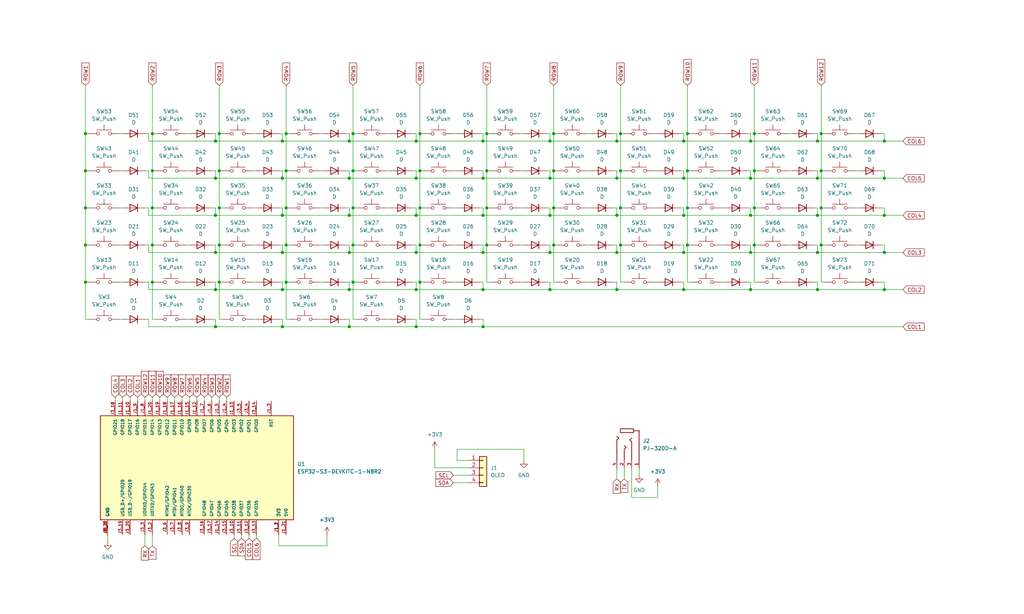
<source format=kicad_sch>
(kicad_sch (version 20250114) (generator "eeschema") (generator_version "9.0")
  (paper "User" 350 210)
  (title_block (title "THE_MULTIBOARD_RIGHT") (date "2025-07-30") (rev "1.0") (comment 1 "Author: Felix Wittwer"))
  (junction (at 120.65 58.42))
  (junction (at 29.21 45.72))
  (junction (at 257.81 58.42))
  (junction (at 302.26 73.66))
  (junction (at 189.23 71.12))
  (junction (at 73.66 99.06))
  (junction (at 210.82 60.96))
  (junction (at 74.93 96.52))
  (junction (at 302.26 60.96))
  (junction (at 73.66 73.66))
  (junction (at 280.67 45.72))
  (junction (at 256.54 48.26))
  (junction (at 166.37 71.12))
  (junction (at 234.95 58.42))
  (junction (at 189.23 58.42))
  (junction (at 233.68 60.96))
  (junction (at 212.09 83.82))
  (junction (at 52.07 83.82))
  (junction (at 52.07 58.42))
  (junction (at 119.38 86.36))
  (junction (at 233.68 73.66))
  (junction (at 119.38 48.26))
  (junction (at 210.82 48.26))
  (junction (at 165.1 60.96))
  (junction (at 143.51 58.42))
  (junction (at 279.4 48.26))
  (junction (at 96.52 73.66))
  (junction (at 187.96 99.06))
  (junction (at 97.79 83.82))
  (junction (at 74.93 83.82))
  (junction (at 280.67 58.42))
  (junction (at 210.82 73.66))
  (junction (at 29.21 71.12))
  (junction (at 233.68 86.36))
  (junction (at 119.38 99.06))
  (junction (at 302.26 99.06))
  (junction (at 165.1 99.06))
  (junction (at 279.4 73.66))
  (junction (at 142.24 48.26))
  (junction (at 187.96 73.66))
  (junction (at 73.66 60.96))
  (junction (at 142.24 60.96))
  (junction (at 212.09 45.72))
  (junction (at 29.21 96.52))
  (junction (at 165.1 73.66))
  (junction (at 119.38 73.66))
  (junction (at 143.51 83.82))
  (junction (at 143.51 45.72))
  (junction (at 96.52 99.06))
  (junction (at 234.95 83.82))
  (junction (at 119.38 60.96))
  (junction (at 279.4 60.96))
  (junction (at 212.09 71.12))
  (junction (at 120.65 71.12))
  (junction (at 210.82 99.06))
  (junction (at 257.81 83.82))
  (junction (at 234.95 45.72))
  (junction (at 97.79 96.52))
  (junction (at 166.37 83.82))
  (junction (at 143.51 71.12))
  (junction (at 142.24 73.66))
  (junction (at 257.81 71.12))
  (junction (at 280.67 83.82))
  (junction (at 187.96 86.36))
  (junction (at 96.52 48.26))
  (junction (at 256.54 86.36))
  (junction (at 302.26 86.36))
  (junction (at 120.65 83.82))
  (junction (at 142.24 111.76))
  (junction (at 189.23 45.72))
  (junction (at 256.54 73.66))
  (junction (at 233.68 48.26))
  (junction (at 143.51 96.52))
  (junction (at 52.07 45.72))
  (junction (at 29.21 83.82))
  (junction (at 279.4 99.06))
  (junction (at 73.66 86.36))
  (junction (at 257.81 45.72))
  (junction (at 165.1 48.26))
  (junction (at 142.24 86.36))
  (junction (at 74.93 45.72))
  (junction (at 97.79 71.12))
  (junction (at 166.37 45.72))
  (junction (at 73.66 111.76))
  (junction (at 120.65 96.52))
  (junction (at 97.79 45.72))
  (junction (at 120.65 45.72))
  (junction (at 166.37 58.42))
  (junction (at 142.24 99.06))
  (junction (at 189.23 83.82))
  (junction (at 165.1 86.36))
  (junction (at 96.52 86.36))
  (junction (at 187.96 60.96))
  (junction (at 96.52 111.76))
  (junction (at 280.67 71.12))
  (junction (at 256.54 60.96))
  (junction (at 96.52 60.96))
  (junction (at 52.07 71.12))
  (junction (at 302.26 48.26))
  (junction (at 165.1 111.76))
  (junction (at 233.68 99.06))
  (junction (at 210.82 86.36))
  (junction (at 187.96 48.26))
  (junction (at 74.93 58.42))
  (junction (at 73.66 48.26))
  (junction (at 119.38 111.76))
  (junction (at 212.09 58.42))
  (junction (at 52.07 96.52))
  (junction (at 29.21 58.42))
  (junction (at 279.4 86.36))
  (junction (at 234.95 71.12))
  (junction (at 256.54 99.06))
  (junction (at 74.93 71.12))
  (junction (at 97.79 58.42))
  (wire (pts (xy 96.52 109.22) (xy 96.52 111.76)))
  (wire (pts (xy 232.41 96.52) (xy 233.68 96.52)))
  (wire (pts (xy 96.52 71.12) (xy 96.52 73.66)))
  (wire (pts (xy 269.24 96.52) (xy 270.51 96.52)))
  (wire (pts (xy 52.07 58.42) (xy 52.07 71.12)))
  (wire (pts (xy 120.65 58.42) (xy 120.65 71.12)))
  (wire (pts (xy 292.1 83.82) (xy 293.37 83.82)))
  (wire (pts (xy 86.36 45.72) (xy 87.63 45.72)))
  (wire (pts (xy 187.96 45.72) (xy 187.96 48.26)))
  (wire (pts (xy 166.37 29.21) (xy 166.37 45.72)))
  (wire (pts (xy 120.65 83.82) (xy 120.65 96.52)))
  (wire (pts (xy 50.8 109.22) (xy 50.8 111.76)))
  (wire (pts (xy 213.36 160.02) (xy 213.36 163.83)))
  (wire (pts (xy 140.97 45.72) (xy 142.24 45.72)))
  (wire (pts (xy 52.07 135.89) (xy 52.07 137.16)))
  (wire (pts (xy 72.39 109.22) (xy 73.66 109.22)))
  (wire (pts (xy 156.21 153.67) (xy 179.07 153.67)))
  (wire (pts (xy 119.38 96.52) (xy 119.38 99.06)))
  (wire (pts (xy 52.07 182.88) (xy 52.07 186.69)))
  (wire (pts (xy 233.68 58.42) (xy 233.68 60.96)))
  (wire (pts (xy 50.8 109.22) (xy 49.53 109.22)))
  (wire (pts (xy 233.68 83.82) (xy 233.68 86.36)))
  (wire (pts (xy 120.65 83.82) (xy 121.92 83.82)))
  (wire (pts (xy 256.54 96.52) (xy 256.54 99.06)))
  (wire (pts (xy 257.81 45.72) (xy 259.08 45.72)))
  (wire (pts (xy 165.1 58.42) (xy 165.1 60.96)))
  (wire (pts (xy 187.96 60.96) (xy 210.82 60.96)))
  (wire (pts (xy 86.36 71.12) (xy 87.63 71.12)))
  (wire (pts (xy 140.97 71.12) (xy 142.24 71.12)))
  (wire (pts (xy 154.94 162.56) (xy 160.02 162.56)))
  (wire (pts (xy 44.45 135.89) (xy 44.45 137.16)))
  (wire (pts (xy 255.27 96.52) (xy 256.54 96.52)))
  (wire (pts (xy 200.66 45.72) (xy 201.93 45.72)))
  (wire (pts (xy 187.96 86.36) (xy 210.82 86.36)))
  (wire (pts (xy 257.81 71.12) (xy 259.08 71.12)))
  (wire (pts (xy 143.51 71.12) (xy 143.51 83.82)))
  (wire (pts (xy 111.76 186.69) (xy 111.76 182.88)))
  (wire (pts (xy 165.1 96.52) (xy 165.1 99.06)))
  (wire (pts (xy 59.69 135.89) (xy 59.69 137.16)))
  (wire (pts (xy 255.27 71.12) (xy 256.54 71.12)))
  (wire (pts (xy 29.21 96.52) (xy 29.21 109.22)))
  (wire (pts (xy 109.22 58.42) (xy 110.49 58.42)))
  (wire (pts (xy 234.95 83.82) (xy 236.22 83.82)))
  (wire (pts (xy 256.54 58.42) (xy 256.54 60.96)))
  (wire (pts (xy 73.66 111.76) (xy 96.52 111.76)))
  (wire (pts (xy 46.99 135.89) (xy 46.99 137.16)))
  (wire (pts (xy 302.26 45.72) (xy 302.26 48.26)))
  (wire (pts (xy 156.21 157.48) (xy 160.02 157.48)))
  (wire (pts (xy 212.09 96.52) (xy 213.36 96.52)))
  (wire (pts (xy 73.66 83.82) (xy 73.66 86.36)))
  (wire (pts (xy 233.68 99.06) (xy 256.54 99.06)))
  (wire (pts (xy 166.37 83.82) (xy 167.64 83.82)))
  (wire (pts (xy 109.22 96.52) (xy 110.49 96.52)))
  (wire (pts (xy 257.81 45.72) (xy 257.81 58.42)))
  (wire (pts (xy 96.52 111.76) (xy 119.38 111.76)))
  (wire (pts (xy 233.68 60.96) (xy 256.54 60.96)))
  (wire (pts (xy 50.8 111.76) (xy 73.66 111.76)))
  (wire (pts (xy 142.24 86.36) (xy 165.1 86.36)))
  (wire (pts (xy 280.67 58.42) (xy 280.67 71.12)))
  (wire (pts (xy 74.93 71.12) (xy 74.93 83.82)))
  (wire (pts (xy 210.82 99.06) (xy 233.68 99.06)))
  (wire (pts (xy 49.53 135.89) (xy 49.53 137.16)))
  (wire (pts (xy 52.07 71.12) (xy 52.07 83.82)))
  (wire (pts (xy 234.95 58.42) (xy 234.95 71.12)))
  (wire (pts (xy 118.11 58.42) (xy 119.38 58.42)))
  (wire (pts (xy 132.08 96.52) (xy 133.35 96.52)))
  (wire (pts (xy 166.37 58.42) (xy 166.37 71.12)))
  (wire (pts (xy 119.38 45.72) (xy 119.38 48.26)))
  (wire (pts (xy 109.22 45.72) (xy 110.49 45.72)))
  (wire (pts (xy 95.25 186.69) (xy 111.76 186.69)))
  (wire (pts (xy 279.4 96.52) (xy 279.4 99.06)))
  (wire (pts (xy 143.51 45.72) (xy 143.51 58.42)))
  (wire (pts (xy 29.21 45.72) (xy 29.21 58.42)))
  (wire (pts (xy 279.4 86.36) (xy 302.26 86.36)))
  (wire (pts (xy 29.21 109.22) (xy 30.48 109.22)))
  (wire (pts (xy 187.96 48.26) (xy 210.82 48.26)))
  (wire (pts (xy 95.25 96.52) (xy 96.52 96.52)))
  (wire (pts (xy 120.65 109.22) (xy 121.92 109.22)))
  (wire (pts (xy 74.93 109.22) (xy 76.2 109.22)))
  (wire (pts (xy 187.96 96.52) (xy 187.96 99.06)))
  (wire (pts (xy 142.24 58.42) (xy 142.24 60.96)))
  (wire (pts (xy 154.94 83.82) (xy 156.21 83.82)))
  (wire (pts (xy 218.44 160.02) (xy 218.44 162.56)))
  (wire (pts (xy 63.5 71.12) (xy 64.77 71.12)))
  (wire (pts (xy 96.52 99.06) (xy 119.38 99.06)))
  (wire (pts (xy 118.11 71.12) (xy 119.38 71.12)))
  (wire (pts (xy 96.52 86.36) (xy 119.38 86.36)))
  (wire (pts (xy 269.24 45.72) (xy 270.51 45.72)))
  (wire (pts (xy 142.24 109.22) (xy 142.24 111.76)))
  (wire (pts (xy 40.64 83.82) (xy 41.91 83.82)))
  (wire (pts (xy 143.51 83.82) (xy 144.78 83.82)))
  (wire (pts (xy 292.1 45.72) (xy 293.37 45.72)))
  (wire (pts (xy 224.79 170.18) (xy 224.79 166.37)))
  (wire (pts (xy 209.55 45.72) (xy 210.82 45.72)))
  (wire (pts (xy 50.8 45.72) (xy 50.8 48.26)))
  (wire (pts (xy 279.4 83.82) (xy 279.4 86.36)))
  (wire (pts (xy 50.8 96.52) (xy 50.8 99.06)))
  (wire (pts (xy 165.1 45.72) (xy 165.1 48.26)))
  (wire (pts (xy 166.37 58.42) (xy 167.64 58.42)))
  (wire (pts (xy 50.8 60.96) (xy 73.66 60.96)))
  (wire (pts (xy 132.08 58.42) (xy 133.35 58.42)))
  (wire (pts (xy 280.67 71.12) (xy 280.67 83.82)))
  (wire (pts (xy 97.79 83.82) (xy 99.06 83.82)))
  (wire (pts (xy 142.24 83.82) (xy 142.24 86.36)))
  (wire (pts (xy 246.38 83.82) (xy 247.65 83.82)))
  (wire (pts (xy 255.27 45.72) (xy 256.54 45.72)))
  (wire (pts (xy 234.95 29.21) (xy 234.95 45.72)))
  (wire (pts (xy 50.8 71.12) (xy 49.53 71.12)))
  (wire (pts (xy 255.27 58.42) (xy 256.54 58.42)))
  (wire (pts (xy 120.65 71.12) (xy 121.92 71.12)))
  (wire (pts (xy 234.95 96.52) (xy 236.22 96.52)))
  (wire (pts (xy 50.8 86.36) (xy 73.66 86.36)))
  (wire (pts (xy 154.94 71.12) (xy 156.21 71.12)))
  (wire (pts (xy 120.65 96.52) (xy 121.92 96.52)))
  (wire (pts (xy 166.37 45.72) (xy 166.37 58.42)))
  (wire (pts (xy 166.37 96.52) (xy 167.64 96.52)))
  (wire (pts (xy 119.38 111.76) (xy 142.24 111.76)))
  (wire (pts (xy 97.79 58.42) (xy 99.06 58.42)))
  (wire (pts (xy 257.81 71.12) (xy 257.81 83.82)))
  (wire (pts (xy 212.09 58.42) (xy 213.36 58.42)))
  (wire (pts (xy 234.95 71.12) (xy 236.22 71.12)))
  (wire (pts (xy 50.8 99.06) (xy 73.66 99.06)))
  (wire (pts (xy 292.1 96.52) (xy 293.37 96.52)))
  (wire (pts (xy 256.54 73.66) (xy 279.4 73.66)))
  (wire (pts (xy 97.79 96.52) (xy 99.06 96.52)))
  (wire (pts (xy 210.82 45.72) (xy 210.82 48.26)))
  (wire (pts (xy 142.24 45.72) (xy 142.24 48.26)))
  (wire (pts (xy 73.66 109.22) (xy 73.66 111.76)))
  (wire (pts (xy 166.37 71.12) (xy 166.37 83.82)))
  (wire (pts (xy 189.23 45.72) (xy 190.5 45.72)))
  (wire (pts (xy 269.24 58.42) (xy 270.51 58.42)))
  (wire (pts (xy 300.99 45.72) (xy 302.26 45.72)))
  (wire (pts (xy 40.64 45.72) (xy 41.91 45.72)))
  (wire (pts (xy 292.1 58.42) (xy 293.37 58.42)))
  (wire (pts (xy 119.38 60.96) (xy 142.24 60.96)))
  (wire (pts (xy 246.38 96.52) (xy 247.65 96.52)))
  (wire (pts (xy 73.66 45.72) (xy 73.66 48.26)))
  (wire (pts (xy 165.1 99.06) (xy 187.96 99.06)))
  (wire (pts (xy 256.54 86.36) (xy 279.4 86.36)))
  (wire (pts (xy 278.13 96.52) (xy 279.4 96.52)))
  (wire (pts (xy 86.36 96.52) (xy 87.63 96.52)))
  (wire (pts (xy 72.39 58.42) (xy 73.66 58.42)))
  (wire (pts (xy 72.39 71.12) (xy 73.66 71.12)))
  (wire (pts (xy 232.41 45.72) (xy 233.68 45.72)))
  (wire (pts (xy 96.52 60.96) (xy 119.38 60.96)))
  (wire (pts (xy 246.38 71.12) (xy 247.65 71.12)))
  (wire (pts (xy 95.25 109.22) (xy 96.52 109.22)))
  (wire (pts (xy 165.1 48.26) (xy 187.96 48.26)))
  (wire (pts (xy 50.8 58.42) (xy 50.8 60.96)))
  (wire (pts (xy 72.39 135.89) (xy 72.39 137.16)))
  (wire (pts (xy 300.99 58.42) (xy 302.26 58.42)))
  (wire (pts (xy 140.97 58.42) (xy 142.24 58.42)))
  (wire (pts (xy 256.54 83.82) (xy 256.54 86.36)))
  (wire (pts (xy 119.38 99.06) (xy 142.24 99.06)))
  (wire (pts (xy 186.69 45.72) (xy 187.96 45.72)))
  (wire (pts (xy 119.38 73.66) (xy 142.24 73.66)))
  (wire (pts (xy 41.91 135.89) (xy 41.91 137.16)))
  (wire (pts (xy 278.13 45.72) (xy 279.4 45.72)))
  (wire (pts (xy 280.67 29.21) (xy 280.67 45.72)))
  (wire (pts (xy 233.68 86.36) (xy 256.54 86.36)))
  (wire (pts (xy 73.66 71.12) (xy 73.66 73.66)))
  (wire (pts (xy 300.99 96.52) (xy 302.26 96.52)))
  (wire (pts (xy 29.21 58.42) (xy 30.48 58.42)))
  (wire (pts (xy 73.66 73.66) (xy 96.52 73.66)))
  (wire (pts (xy 29.21 71.12) (xy 29.21 83.82)))
  (wire (pts (xy 187.96 83.82) (xy 187.96 86.36)))
  (wire (pts (xy 200.66 58.42) (xy 201.93 58.42)))
  (wire (pts (xy 96.52 45.72) (xy 96.52 48.26)))
  (wire (pts (xy 223.52 58.42) (xy 224.79 58.42)))
  (wire (pts (xy 74.93 83.82) (xy 74.93 96.52)))
  (wire (pts (xy 269.24 71.12) (xy 270.51 71.12)))
  (wire (pts (xy 95.25 45.72) (xy 96.52 45.72)))
  (wire (pts (xy 166.37 45.72) (xy 167.64 45.72)))
  (wire (pts (xy 256.54 71.12) (xy 256.54 73.66)))
  (wire (pts (xy 223.52 83.82) (xy 224.79 83.82)))
  (wire (pts (xy 233.68 45.72) (xy 233.68 48.26)))
  (wire (pts (xy 74.93 96.52) (xy 76.2 96.52)))
  (wire (pts (xy 302.26 73.66) (xy 308.61 73.66)))
  (wire (pts (xy 119.38 71.12) (xy 119.38 73.66)))
  (wire (pts (xy 142.24 71.12) (xy 142.24 73.66)))
  (wire (pts (xy 256.54 99.06) (xy 279.4 99.06)))
  (wire (pts (xy 140.97 109.22) (xy 142.24 109.22)))
  (wire (pts (xy 63.5 45.72) (xy 64.77 45.72)))
  (wire (pts (xy 97.79 96.52) (xy 97.79 109.22)))
  (wire (pts (xy 209.55 83.82) (xy 210.82 83.82)))
  (wire (pts (xy 143.51 109.22) (xy 144.78 109.22)))
  (wire (pts (xy 189.23 83.82) (xy 189.23 96.52)))
  (wire (pts (xy 74.93 135.89) (xy 74.93 137.16)))
  (wire (pts (xy 62.23 135.89) (xy 62.23 137.16)))
  (wire (pts (xy 210.82 73.66) (xy 233.68 73.66)))
  (wire (pts (xy 257.81 96.52) (xy 259.08 96.52)))
  (wire (pts (xy 187.96 58.42) (xy 187.96 60.96)))
  (wire (pts (xy 74.93 45.72) (xy 74.93 58.42)))
  (wire (pts (xy 52.07 96.52) (xy 53.34 96.52)))
  (wire (pts (xy 54.61 135.89) (xy 54.61 137.16)))
  (wire (pts (xy 163.83 83.82) (xy 165.1 83.82)))
  (wire (pts (xy 257.81 29.21) (xy 257.81 45.72)))
  (wire (pts (xy 280.67 83.82) (xy 280.67 96.52)))
  (wire (pts (xy 232.41 58.42) (xy 233.68 58.42)))
  (wire (pts (xy 142.24 48.26) (xy 165.1 48.26)))
  (wire (pts (xy 256.54 48.26) (xy 279.4 48.26)))
  (wire (pts (xy 96.52 48.26) (xy 119.38 48.26)))
  (wire (pts (xy 200.66 71.12) (xy 201.93 71.12)))
  (wire (pts (xy 29.21 96.52) (xy 30.48 96.52)))
  (wire (pts (xy 165.1 83.82) (xy 165.1 86.36)))
  (wire (pts (xy 96.52 58.42) (xy 96.52 60.96)))
  (wire (pts (xy 86.36 83.82) (xy 87.63 83.82)))
  (wire (pts (xy 210.82 60.96) (xy 233.68 60.96)))
  (wire (pts (xy 279.4 73.66) (xy 302.26 73.66)))
  (wire (pts (xy 232.41 71.12) (xy 233.68 71.12)))
  (wire (pts (xy 255.27 83.82) (xy 256.54 83.82)))
  (wire (pts (xy 212.09 83.82) (xy 213.36 83.82)))
  (wire (pts (xy 49.53 182.88) (xy 49.53 186.69)))
  (wire (pts (xy 154.94 165.1) (xy 160.02 165.1)))
  (wire (pts (xy 97.79 29.21) (xy 97.79 45.72)))
  (wire (pts (xy 187.96 99.06) (xy 210.82 99.06)))
  (wire (pts (xy 109.22 83.82) (xy 110.49 83.82)))
  (wire (pts (xy 210.82 58.42) (xy 210.82 60.96)))
  (wire (pts (xy 120.65 96.52) (xy 120.65 109.22)))
  (wire (pts (xy 233.68 96.52) (xy 233.68 99.06)))
  (wire (pts (xy 97.79 58.42) (xy 97.79 71.12)))
  (wire (pts (xy 302.26 83.82) (xy 302.26 86.36)))
  (wire (pts (xy 215.9 160.02) (xy 215.9 170.18)))
  (wire (pts (xy 97.79 45.72) (xy 99.06 45.72)))
  (wire (pts (xy 302.26 60.96) (xy 308.61 60.96)))
  (wire (pts (xy 142.24 99.06) (xy 165.1 99.06)))
  (wire (pts (xy 29.21 83.82) (xy 29.21 96.52)))
  (wire (pts (xy 119.38 83.82) (xy 119.38 86.36)))
  (wire (pts (xy 52.07 45.72) (xy 53.34 45.72)))
  (wire (pts (xy 189.23 71.12) (xy 189.23 83.82)))
  (wire (pts (xy 73.66 58.42) (xy 73.66 60.96)))
  (wire (pts (xy 52.07 29.21) (xy 52.07 45.72)))
  (wire (pts (xy 187.96 73.66) (xy 210.82 73.66)))
  (wire (pts (xy 82.55 182.88) (xy 82.55 184.15)))
  (wire (pts (xy 142.24 111.76) (xy 165.1 111.76)))
  (wire (pts (xy 72.39 45.72) (xy 73.66 45.72)))
  (wire (pts (xy 142.24 60.96) (xy 165.1 60.96)))
  (wire (pts (xy 64.77 135.89) (xy 64.77 137.16)))
  (wire (pts (xy 302.26 99.06) (xy 308.61 99.06)))
  (wire (pts (xy 256.54 45.72) (xy 256.54 48.26)))
  (wire (pts (xy 300.99 83.82) (xy 302.26 83.82)))
  (wire (pts (xy 154.94 96.52) (xy 156.21 96.52)))
  (wire (pts (xy 118.11 109.22) (xy 119.38 109.22)))
  (wire (pts (xy 189.23 71.12) (xy 190.5 71.12)))
  (wire (pts (xy 95.25 83.82) (xy 96.52 83.82)))
  (wire (pts (xy 165.1 73.66) (xy 187.96 73.66)))
  (wire (pts (xy 143.51 29.21) (xy 143.51 45.72)))
  (wire (pts (xy 279.4 48.26) (xy 302.26 48.26)))
  (wire (pts (xy 39.37 135.89) (xy 39.37 137.16)))
  (wire (pts (xy 212.09 71.12) (xy 212.09 83.82)))
  (wire (pts (xy 63.5 96.52) (xy 64.77 96.52)))
  (wire (pts (xy 163.83 45.72) (xy 165.1 45.72)))
  (wire (pts (xy 166.37 71.12) (xy 167.64 71.12)))
  (wire (pts (xy 280.67 45.72) (xy 280.67 58.42)))
  (wire (pts (xy 73.66 86.36) (xy 96.52 86.36)))
  (wire (pts (xy 74.93 83.82) (xy 76.2 83.82)))
  (wire (pts (xy 234.95 45.72) (xy 236.22 45.72)))
  (wire (pts (xy 234.95 71.12) (xy 234.95 83.82)))
  (wire (pts (xy 189.23 45.72) (xy 189.23 58.42)))
  (wire (pts (xy 74.93 58.42) (xy 76.2 58.42)))
  (wire (pts (xy 73.66 96.52) (xy 73.66 99.06)))
  (wire (pts (xy 95.25 58.42) (xy 96.52 58.42)))
  (wire (pts (xy 74.93 58.42) (xy 74.93 71.12)))
  (wire (pts (xy 177.8 83.82) (xy 179.07 83.82)))
  (wire (pts (xy 186.69 96.52) (xy 187.96 96.52)))
  (wire (pts (xy 120.65 45.72) (xy 121.92 45.72)))
  (wire (pts (xy 72.39 83.82) (xy 73.66 83.82)))
  (wire (pts (xy 50.8 48.26) (xy 73.66 48.26)))
  (wire (pts (xy 57.15 135.89) (xy 57.15 137.16)))
  (wire (pts (xy 279.4 71.12) (xy 279.4 73.66)))
  (wire (pts (xy 52.07 58.42) (xy 53.34 58.42)))
  (wire (pts (xy 120.65 45.72) (xy 120.65 58.42)))
  (wire (pts (xy 292.1 71.12) (xy 293.37 71.12)))
  (wire (pts (xy 234.95 45.72) (xy 234.95 58.42)))
  (wire (pts (xy 132.08 71.12) (xy 133.35 71.12)))
  (wire (pts (xy 156.21 153.67) (xy 156.21 157.48)))
  (wire (pts (xy 223.52 45.72) (xy 224.79 45.72)))
  (wire (pts (xy 189.23 29.21) (xy 189.23 45.72)))
  (wire (pts (xy 73.66 99.06) (xy 96.52 99.06)))
  (wire (pts (xy 148.59 160.02) (xy 148.59 153.67)))
  (wire (pts (xy 74.93 45.72) (xy 76.2 45.72)))
  (wire (pts (xy 95.25 182.88) (xy 95.25 186.69)))
  (wire (pts (xy 186.69 58.42) (xy 187.96 58.42)))
  (wire (pts (xy 63.5 83.82) (xy 64.77 83.82)))
  (wire (pts (xy 29.21 58.42) (xy 29.21 71.12)))
  (wire (pts (xy 165.1 111.76) (xy 308.61 111.76)))
  (wire (pts (xy 177.8 58.42) (xy 179.07 58.42)))
  (wire (pts (xy 223.52 96.52) (xy 224.79 96.52)))
  (wire (pts (xy 97.79 71.12) (xy 99.06 71.12)))
  (wire (pts (xy 302.26 58.42) (xy 302.26 60.96)))
  (wire (pts (xy 29.21 29.21) (xy 29.21 45.72)))
  (wire (pts (xy 200.66 83.82) (xy 201.93 83.82)))
  (wire (pts (xy 86.36 109.22) (xy 87.63 109.22)))
  (wire (pts (xy 40.64 96.52) (xy 41.91 96.52)))
  (wire (pts (xy 143.51 71.12) (xy 144.78 71.12)))
  (wire (pts (xy 50.8 71.12) (xy 50.8 73.66)))
  (wire (pts (xy 269.24 83.82) (xy 270.51 83.82)))
  (wire (pts (xy 96.52 83.82) (xy 96.52 86.36)))
  (wire (pts (xy 302.26 48.26) (xy 308.61 48.26)))
  (wire (pts (xy 50.8 96.52) (xy 49.53 96.52)))
  (wire (pts (xy 119.38 109.22) (xy 119.38 111.76)))
  (wire (pts (xy 186.69 83.82) (xy 187.96 83.82)))
  (wire (pts (xy 52.07 109.22) (xy 53.34 109.22)))
  (wire (pts (xy 210.82 83.82) (xy 210.82 86.36)))
  (wire (pts (xy 74.93 29.21) (xy 74.93 45.72)))
  (wire (pts (xy 120.65 58.42) (xy 121.92 58.42)))
  (wire (pts (xy 95.25 71.12) (xy 96.52 71.12)))
  (wire (pts (xy 63.5 109.22) (xy 64.77 109.22)))
  (wire (pts (xy 212.09 45.72) (xy 213.36 45.72)))
  (wire (pts (xy 40.64 58.42) (xy 41.91 58.42)))
  (wire (pts (xy 209.55 71.12) (xy 210.82 71.12)))
  (wire (pts (xy 257.81 83.82) (xy 257.81 96.52)))
  (wire (pts (xy 279.4 58.42) (xy 279.4 60.96)))
  (wire (pts (xy 77.47 135.89) (xy 77.47 137.16)))
  (wire (pts (xy 280.67 58.42) (xy 281.94 58.42)))
  (wire (pts (xy 73.66 60.96) (xy 96.52 60.96)))
  (wire (pts (xy 119.38 86.36) (xy 142.24 86.36)))
  (wire (pts (xy 143.51 45.72) (xy 144.78 45.72)))
  (wire (pts (xy 189.23 58.42) (xy 190.5 58.42)))
  (wire (pts (xy 212.09 45.72) (xy 212.09 58.42)))
  (wire (pts (xy 154.94 58.42) (xy 156.21 58.42)))
  (wire (pts (xy 97.79 109.22) (xy 99.06 109.22)))
  (wire (pts (xy 154.94 109.22) (xy 156.21 109.22)))
  (wire (pts (xy 154.94 45.72) (xy 156.21 45.72)))
  (wire (pts (xy 50.8 83.82) (xy 49.53 83.82)))
  (wire (pts (xy 187.96 71.12) (xy 187.96 73.66)))
  (wire (pts (xy 257.81 58.42) (xy 257.81 71.12)))
  (wire (pts (xy 210.82 160.02) (xy 210.82 163.83)))
  (wire (pts (xy 165.1 109.22) (xy 165.1 111.76)))
  (wire (pts (xy 209.55 96.52) (xy 210.82 96.52)))
  (wire (pts (xy 302.26 71.12) (xy 302.26 73.66)))
  (wire (pts (xy 49.53 58.42) (xy 50.8 58.42)))
  (wire (pts (xy 143.51 58.42) (xy 144.78 58.42)))
  (wire (pts (xy 280.67 45.72) (xy 281.94 45.72)))
  (wire (pts (xy 165.1 71.12) (xy 165.1 73.66)))
  (wire (pts (xy 210.82 48.26) (xy 233.68 48.26)))
  (wire (pts (xy 210.82 86.36) (xy 233.68 86.36)))
  (wire (pts (xy 97.79 45.72) (xy 97.79 58.42)))
  (wire (pts (xy 80.01 182.88) (xy 80.01 184.15)))
  (wire (pts (xy 163.83 58.42) (xy 165.1 58.42)))
  (wire (pts (xy 212.09 58.42) (xy 212.09 71.12)))
  (wire (pts (xy 109.22 109.22) (xy 110.49 109.22)))
  (wire (pts (xy 210.82 71.12) (xy 210.82 73.66)))
  (wire (pts (xy 29.21 71.12) (xy 30.48 71.12)))
  (wire (pts (xy 163.83 71.12) (xy 165.1 71.12)))
  (wire (pts (xy 118.11 96.52) (xy 119.38 96.52)))
  (wire (pts (xy 63.5 58.42) (xy 64.77 58.42)))
  (wire (pts (xy 118.11 45.72) (xy 119.38 45.72)))
  (wire (pts (xy 177.8 71.12) (xy 179.07 71.12)))
  (wire (pts (xy 86.36 58.42) (xy 87.63 58.42)))
  (wire (pts (xy 179.07 153.67) (xy 179.07 157.48)))
  (wire (pts (xy 67.31 135.89) (xy 67.31 137.16)))
  (wire (pts (xy 280.67 83.82) (xy 281.94 83.82)))
  (wire (pts (xy 278.13 83.82) (xy 279.4 83.82)))
  (wire (pts (xy 50.8 73.66) (xy 73.66 73.66)))
  (wire (pts (xy 233.68 73.66) (xy 256.54 73.66)))
  (wire (pts (xy 143.51 96.52) (xy 143.51 109.22)))
  (wire (pts (xy 177.8 96.52) (xy 179.07 96.52)))
  (wire (pts (xy 232.41 83.82) (xy 233.68 83.82)))
  (wire (pts (xy 52.07 71.12) (xy 53.34 71.12)))
  (wire (pts (xy 165.1 60.96) (xy 187.96 60.96)))
  (wire (pts (xy 210.82 96.52) (xy 210.82 99.06)))
  (wire (pts (xy 246.38 58.42) (xy 247.65 58.42)))
  (wire (pts (xy 50.8 83.82) (xy 50.8 86.36)))
  (wire (pts (xy 85.09 182.88) (xy 85.09 184.15)))
  (wire (pts (xy 280.67 96.52) (xy 281.94 96.52)))
  (wire (pts (xy 302.26 86.36) (xy 308.61 86.36)))
  (wire (pts (xy 142.24 73.66) (xy 165.1 73.66)))
  (wire (pts (xy 97.79 83.82) (xy 97.79 96.52)))
  (wire (pts (xy 234.95 58.42) (xy 236.22 58.42)))
  (wire (pts (xy 163.83 96.52) (xy 165.1 96.52)))
  (wire (pts (xy 279.4 60.96) (xy 302.26 60.96)))
  (wire (pts (xy 97.79 71.12) (xy 97.79 83.82)))
  (wire (pts (xy 280.67 71.12) (xy 281.94 71.12)))
  (wire (pts (xy 163.83 109.22) (xy 165.1 109.22)))
  (wire (pts (xy 223.52 71.12) (xy 224.79 71.12)))
  (wire (pts (xy 189.23 96.52) (xy 190.5 96.52)))
  (wire (pts (xy 278.13 71.12) (xy 279.4 71.12)))
  (wire (pts (xy 49.53 45.72) (xy 50.8 45.72)))
  (wire (pts (xy 300.99 71.12) (xy 302.26 71.12)))
  (wire (pts (xy 278.13 58.42) (xy 279.4 58.42)))
  (wire (pts (xy 246.38 45.72) (xy 247.65 45.72)))
  (wire (pts (xy 87.63 182.88) (xy 87.63 184.15)))
  (wire (pts (xy 74.93 71.12) (xy 76.2 71.12)))
  (wire (pts (xy 52.07 96.52) (xy 52.07 109.22)))
  (wire (pts (xy 119.38 48.26) (xy 142.24 48.26)))
  (wire (pts (xy 132.08 83.82) (xy 133.35 83.82)))
  (wire (pts (xy 72.39 96.52) (xy 73.66 96.52)))
  (wire (pts (xy 73.66 48.26) (xy 96.52 48.26)))
  (wire (pts (xy 212.09 29.21) (xy 212.09 45.72)))
  (wire (pts (xy 302.26 96.52) (xy 302.26 99.06)))
  (wire (pts (xy 36.83 182.88) (xy 36.83 185.42)))
  (wire (pts (xy 200.66 96.52) (xy 201.93 96.52)))
  (wire (pts (xy 96.52 73.66) (xy 119.38 73.66)))
  (wire (pts (xy 256.54 60.96) (xy 279.4 60.96)))
  (wire (pts (xy 40.64 109.22) (xy 41.91 109.22)))
  (wire (pts (xy 233.68 48.26) (xy 256.54 48.26)))
  (wire (pts (xy 143.51 83.82) (xy 143.51 96.52)))
  (wire (pts (xy 233.68 71.12) (xy 233.68 73.66)))
  (wire (pts (xy 132.08 109.22) (xy 133.35 109.22)))
  (wire (pts (xy 132.08 45.72) (xy 133.35 45.72)))
  (wire (pts (xy 177.8 45.72) (xy 179.07 45.72)))
  (wire (pts (xy 69.85 135.89) (xy 69.85 137.16)))
  (wire (pts (xy 52.07 45.72) (xy 52.07 58.42)))
  (wire (pts (xy 40.64 71.12) (xy 41.91 71.12)))
  (wire (pts (xy 189.23 83.82) (xy 190.5 83.82)))
  (wire (pts (xy 215.9 170.18) (xy 224.79 170.18)))
  (wire (pts (xy 119.38 58.42) (xy 119.38 60.96)))
  (wire (pts (xy 189.23 58.42) (xy 189.23 71.12)))
  (wire (pts (xy 257.81 83.82) (xy 259.08 83.82)))
  (wire (pts (xy 279.4 45.72) (xy 279.4 48.26)))
  (wire (pts (xy 140.97 83.82) (xy 142.24 83.82)))
  (wire (pts (xy 120.65 29.21) (xy 120.65 45.72)))
  (wire (pts (xy 212.09 83.82) (xy 212.09 96.52)))
  (wire (pts (xy 257.81 58.42) (xy 259.08 58.42)))
  (wire (pts (xy 52.07 83.82) (xy 53.34 83.82)))
  (wire (pts (xy 165.1 86.36) (xy 187.96 86.36)))
  (wire (pts (xy 29.21 83.82) (xy 30.48 83.82)))
  (wire (pts (xy 279.4 99.06) (xy 302.26 99.06)))
  (wire (pts (xy 209.55 58.42) (xy 210.82 58.42)))
  (wire (pts (xy 142.24 96.52) (xy 142.24 99.06)))
  (wire (pts (xy 96.52 96.52) (xy 96.52 99.06)))
  (wire (pts (xy 212.09 71.12) (xy 213.36 71.12)))
  (wire (pts (xy 120.65 71.12) (xy 120.65 83.82)))
  (wire (pts (xy 74.93 96.52) (xy 74.93 109.22)))
  (wire (pts (xy 143.51 96.52) (xy 144.78 96.52)))
  (wire (pts (xy 52.07 83.82) (xy 52.07 96.52)))
  (wire (pts (xy 166.37 83.82) (xy 166.37 96.52)))
  (wire (pts (xy 29.21 45.72) (xy 30.48 45.72)))
  (wire (pts (xy 234.95 83.82) (xy 234.95 96.52)))
  (wire (pts (xy 186.69 71.12) (xy 187.96 71.12)))
  (wire (pts (xy 109.22 71.12) (xy 110.49 71.12)))
  (wire (pts (xy 140.97 96.52) (xy 142.24 96.52)))
  (wire (pts (xy 160.02 160.02) (xy 148.59 160.02)))
  (wire (pts (xy 118.11 83.82) (xy 119.38 83.82)))
  (wire (pts (xy 143.51 58.42) (xy 143.51 71.12)))
  (global_label "ROW1" (shape input) (at 29.21 29.21 90) (property "Intersheetrefs" "${INTERSHEET_REFS}" (effects (hide yes))))
  (global_label "COL6" (shape input) (at 308.61 48.26 0) (property "Intersheetrefs" "${INTERSHEET_REFS}" (effects (hide yes))))
  (global_label "RX" (shape input) (at 49.53 186.69 270) (property "Intersheetrefs" "${INTERSHEET_REFS}" (effects (hide yes))))
  (global_label "ROW5" (shape input) (at 120.65 29.21 90) (property "Intersheetrefs" "${INTERSHEET_REFS}" (effects (hide yes))))
  (global_label "ROW4" (shape input) (at 97.79 29.21 90) (property "Intersheetrefs" "${INTERSHEET_REFS}" (effects (hide yes))))
  (global_label "COL4" (shape input) (at 308.61 73.66 0) (property "Intersheetrefs" "${INTERSHEET_REFS}" (effects (hide yes))))
  (global_label "COL1" (shape input) (at 308.61 111.76 0) (property "Intersheetrefs" "${INTERSHEET_REFS}" (effects (hide yes))))
  (global_label "ROW3" (shape input) (at 72.39 135.89 90) (property "Intersheetrefs" "${INTERSHEET_REFS}" (effects (hide yes))))
  (global_label "ROW6" (shape input) (at 64.77 135.89 90) (property "Intersheetrefs" "${INTERSHEET_REFS}" (effects (hide yes))))
  (global_label "ROW7" (shape input) (at 166.37 29.21 90) (property "Intersheetrefs" "${INTERSHEET_REFS}" (effects (hide yes))))
  (global_label "ROW8" (shape input) (at 59.69 135.89 90) (property "Intersheetrefs" "${INTERSHEET_REFS}" (effects (hide yes))))
  (global_label "COL1" (shape input) (at 46.99 135.89 90) (property "Intersheetrefs" "${INTERSHEET_REFS}" (effects (hide yes))))
  (global_label "TX" (shape input) (at 52.07 186.69 270) (property "Intersheetrefs" "${INTERSHEET_REFS}" (effects (hide yes))))
  (global_label "COL2" (shape input) (at 308.61 99.06 0) (property "Intersheetrefs" "${INTERSHEET_REFS}" (effects (hide yes))))
  (global_label "SDA" (shape input) (at 82.55 184.15 270) (property "Intersheetrefs" "${INTERSHEET_REFS}" (effects (hide yes))))
  (global_label "ROW10" (shape input) (at 54.61 135.89 90) (property "Intersheetrefs" "${INTERSHEET_REFS}" (effects (hide yes))))
  (global_label "COL6" (shape input) (at 87.63 184.15 270) (property "Intersheetrefs" "${INTERSHEET_REFS}" (effects (hide yes))))
  (global_label "ROW5" (shape input) (at 67.31 135.89 90) (property "Intersheetrefs" "${INTERSHEET_REFS}" (effects (hide yes))))
  (global_label "COL5" (shape input) (at 308.61 60.96 0) (property "Intersheetrefs" "${INTERSHEET_REFS}" (effects (hide yes))))
  (global_label "COL3" (shape input) (at 308.61 86.36 0) (property "Intersheetrefs" "${INTERSHEET_REFS}" (effects (hide yes))))
  (global_label "ROW2" (shape input) (at 52.07 29.21 90) (property "Intersheetrefs" "${INTERSHEET_REFS}" (effects (hide yes))))
  (global_label "ROW3" (shape input) (at 74.93 29.21 90) (property "Intersheetrefs" "${INTERSHEET_REFS}" (effects (hide yes))))
  (global_label "SCL" (shape input) (at 80.01 184.15 270) (property "Intersheetrefs" "${INTERSHEET_REFS}" (effects (hide yes))))
  (global_label "ROW2" (shape input) (at 74.93 135.89 90) (property "Intersheetrefs" "${INTERSHEET_REFS}" (effects (hide yes))))
  (global_label "ROW11" (shape input) (at 257.81 29.21 90) (property "Intersheetrefs" "${INTERSHEET_REFS}" (effects (hide yes))))
  (global_label "COL3" (shape input) (at 41.91 135.89 90) (property "Intersheetrefs" "${INTERSHEET_REFS}" (effects (hide yes))))
  (global_label "ROW4" (shape input) (at 69.85 135.89 90) (property "Intersheetrefs" "${INTERSHEET_REFS}" (effects (hide yes))))
  (global_label "ROW11" (shape input) (at 52.07 135.89 90) (property "Intersheetrefs" "${INTERSHEET_REFS}" (effects (hide yes))))
  (global_label "RX" (shape input) (at 210.82 163.83 270) (property "Intersheetrefs" "${INTERSHEET_REFS}" (effects (hide yes))))
  (global_label "ROW1" (shape input) (at 77.47 135.89 90) (property "Intersheetrefs" "${INTERSHEET_REFS}" (effects (hide yes))))
  (global_label "TX" (shape input) (at 213.36 163.83 270) (property "Intersheetrefs" "${INTERSHEET_REFS}" (effects (hide yes))))
  (global_label "ROW9" (shape input) (at 57.15 135.89 90) (property "Intersheetrefs" "${INTERSHEET_REFS}" (effects (hide yes))))
  (global_label "COL2" (shape input) (at 44.45 135.89 90) (property "Intersheetrefs" "${INTERSHEET_REFS}" (effects (hide yes))))
  (global_label "SDA" (shape input) (at 154.94 165.1 180) (property "Intersheetrefs" "${INTERSHEET_REFS}" (effects (hide yes))))
  (global_label "ROW9" (shape input) (at 212.09 29.21 90) (property "Intersheetrefs" "${INTERSHEET_REFS}" (effects (hide yes))))
  (global_label "ROW10" (shape input) (at 234.95 29.21 90) (property "Intersheetrefs" "${INTERSHEET_REFS}" (effects (hide yes))))
  (global_label "ROW12" (shape input) (at 49.53 135.89 90) (property "Intersheetrefs" "${INTERSHEET_REFS}" (effects (hide yes))))
  (global_label "ROW6" (shape input) (at 143.51 29.21 90) (property "Intersheetrefs" "${INTERSHEET_REFS}" (effects (hide yes))))
  (global_label "ROW8" (shape input) (at 189.23 29.21 90) (property "Intersheetrefs" "${INTERSHEET_REFS}" (effects (hide yes))))
  (global_label "COL5" (shape input) (at 85.09 184.15 270) (property "Intersheetrefs" "${INTERSHEET_REFS}" (effects (hide yes))))
  (global_label "SCL" (shape input) (at 154.94 162.56 180) (property "Intersheetrefs" "${INTERSHEET_REFS}" (effects (hide yes))))
  (global_label "ROW7" (shape input) (at 62.23 135.89 90) (property "Intersheetrefs" "${INTERSHEET_REFS}" (effects (hide yes))))
  (global_label "ROW12" (shape input) (at 280.67 29.21 90) (property "Intersheetrefs" "${INTERSHEET_REFS}" (effects (hide yes))))
  (global_label "COL4" (shape input) (at 39.37 135.89 90) (property "Intersheetrefs" "${INTERSHEET_REFS}" (effects (hide yes))))
  (symbol (lib_id "power:+3V3") (at 224.79 166.37 0) (unit 1)
    (property "Reference" "#PWR05" (effects (hide yes)))
    (property "Value" "+3V3" (at 224.79 161.29 0))
    (property "Description" "Power symbol creates a global label with name \"+3V3\"" (effects (hide yes)))
  )
  (symbol (lib_id "Device:D") (at 205.74 45.72 180) (unit 1)
    (property "Reference" "D58" (at 205.74 39.37 0))
    (property "Value" "D" (at 205.74 41.91 0))
    (property "Footprint" "Diode_SMD:D_SOD-123" (effects (hide yes)))
    (property "Description" "Diode" (effects (hide yes)))
    (property "Sim.Device" "D" (effects (hide yes)))
    (property "Sim.Pins" "1=K 2=A" (effects (hide yes)))
  )
  (symbol (lib_id "Switch:SW_Push") (at 58.42 96.52 0) (unit 1)
    (property "Reference" "SW14" (at 58.42 88.9 0))
    (property "Value" "SW_Push" (at 58.42 91.44 0))
    (property "Footprint" "MX:MX-Hotswap-1U" (effects (hide yes)))
    (property "Description" "Push button switch, generic, two pins" (effects (hide yes)))
  )
  (symbol (lib_id "Switch:SW_Push") (at 172.72 58.42 0) (unit 1)
    (property "Reference" "SW49" (at 172.72 50.8 0))
    (property "Value" "SW_Push" (at 172.72 53.34 0))
    (property "Footprint" "MX:MX-Hotswap-1U" (effects (hide yes)))
    (property "Description" "Push button switch, generic, two pins" (effects (hide yes)))
  )
  (symbol (lib_id "Device:D") (at 297.18 83.82 180) (unit 1)
    (property "Reference" "D70" (at 297.18 77.47 0))
    (property "Value" "D" (at 297.18 80.01 0))
    (property "Footprint" "Diode_SMD:D_SOD-123" (effects (hide yes)))
    (property "Description" "Diode" (effects (hide yes)))
    (property "Sim.Device" "D" (effects (hide yes)))
    (property "Sim.Pins" "1=K 2=A" (effects (hide yes)))
  )
  (symbol (lib_id "Switch:SW_Push") (at 81.28 45.72 0) (unit 1)
    (property "Reference" "SW55" (at 81.28 38.1 0))
    (property "Value" "SW_Push" (at 81.28 40.64 0))
    (property "Footprint" "MX:MX-Hotswap-1U" (effects (hide yes)))
    (property "Description" "Push button switch, generic, two pins" (effects (hide yes)))
  )
  (symbol (lib_id "Device:D") (at 228.6 83.82 180) (unit 1)
    (property "Reference" "D29" (at 228.6 77.47 0))
    (property "Value" "D" (at 228.6 80.01 0))
    (property "Footprint" "Diode_SMD:D_SOD-123" (effects (hide yes)))
    (property "Description" "Diode" (effects (hide yes)))
    (property "Sim.Device" "D" (effects (hide yes)))
    (property "Sim.Pins" "1=K 2=A" (effects (hide yes)))
  )
  (symbol (lib_id "Switch:SW_Push") (at 35.56 83.82 0) (unit 1)
    (property "Reference" "SW23" (at 35.56 76.2 0))
    (property "Value" "SW_Push" (at 35.56 78.74 0))
    (property "Footprint" "MX:MX-Hotswap-1U" (effects (hide yes)))
    (property "Description" "Push button switch, generic, two pins" (effects (hide yes)))
  )
  (symbol (lib_id "Device:D") (at 91.44 45.72 180) (unit 1)
    (property "Reference" "D53" (at 91.44 39.37 0))
    (property "Value" "D" (at 91.44 41.91 0))
    (property "Footprint" "Diode_SMD:D_SOD-123" (effects (hide yes)))
    (property "Description" "Diode" (effects (hide yes)))
    (property "Sim.Device" "D" (effects (hide yes)))
    (property "Sim.Pins" "1=K 2=A" (effects (hide yes)))
  )
  (symbol (lib_id "power:GND") (at 36.83 185.42 0) (unit 1)
    (property "Reference" "#PWR03" (effects (hide yes)))
    (property "Value" "GND" (at 36.83 190.5 0))
    (property "Description" "Power symbol creates a global label with name \"GND\" , ground" (effects (hide yes)))
  )
  (symbol (lib_id "Device:D") (at 137.16 58.42 180) (unit 1)
    (property "Reference" "D45" (at 137.16 52.07 0))
    (property "Value" "D" (at 137.16 54.61 0))
    (property "Footprint" "Diode_SMD:D_SOD-123" (effects (hide yes)))
    (property "Description" "Diode" (effects (hide yes)))
    (property "Sim.Device" "D" (effects (hide yes)))
    (property "Sim.Pins" "1=K 2=A" (effects (hide yes)))
  )
  (symbol (lib_id "Switch:SW_Push") (at 149.86 83.82 0) (unit 1)
    (property "Reference" "SW28" (at 149.86 76.2 0))
    (property "Value" "SW_Push" (at 149.86 78.74 0))
    (property "Footprint" "MX:MX-Hotswap-1U" (effects (hide yes)))
    (property "Description" "Push button switch, generic, two pins" (effects (hide yes)))
  )
  (symbol (lib_id "Device:D") (at 45.72 109.22 180) (unit 1)
    (property "Reference" "D1" (at 45.72 102.87 0))
    (property "Value" "D" (at 45.72 105.41 0))
    (property "Footprint" "Diode_SMD:D_SOD-123" (effects (hide yes)))
    (property "Description" "Diode" (effects (hide yes)))
    (property "Sim.Device" "D" (effects (hide yes)))
    (property "Sim.Pins" "1=K 2=A" (effects (hide yes)))
  )
  (symbol (lib_id "Switch:SW_Push") (at 104.14 58.42 0) (unit 1)
    (property "Reference" "SW46" (at 104.14 50.8 0))
    (property "Value" "SW_Push" (at 104.14 53.34 0))
    (property "Footprint" "MX:MX-Hotswap-1U" (effects (hide yes)))
    (property "Description" "Push button switch, generic, two pins" (effects (hide yes)))
  )
  (symbol (lib_id "power:GND") (at 218.44 162.56 0) (unit 1)
    (property "Reference" "#PWR06" (effects (hide yes)))
    (property "Value" "GND" (at 218.44 167.64 0))
    (property "Description" "Power symbol creates a global label with name \"GND\" , ground" (effects (hide yes)))
  )
  (symbol (lib_id "Switch:SW_Push") (at 35.56 58.42 0) (unit 1)
    (property "Reference" "SW43" (at 35.56 50.8 0))
    (property "Value" "SW_Push" (at 35.56 53.34 0))
    (property "Footprint" "MX:MX-Hotswap-1U" (effects (hide yes)))
    (property "Description" "Push button switch, generic, two pins" (effects (hide yes)))
  )
  (symbol (lib_id "Switch:SW_Push") (at 81.28 109.22 0) (unit 1)
    (property "Reference" "SW5" (at 81.28 101.6 0))
    (property "Value" "SW_Push" (at 81.28 104.14 0))
    (property "Footprint" "MX:MX-Hotswap-1U" (effects (hide yes)))
    (property "Description" "Push button switch, generic, two pins" (effects (hide yes)))
  )
  (symbol (lib_id "Device:D") (at 274.32 58.42 180) (unit 1)
    (property "Reference" "D62" (at 274.32 52.07 0))
    (property "Value" "D" (at 274.32 54.61 0))
    (property "Footprint" "Diode_SMD:D_SOD-123" (effects (hide yes)))
    (property "Description" "Diode" (effects (hide yes)))
    (property "Sim.Device" "D" (effects (hide yes)))
    (property "Sim.Pins" "1=K 2=A" (effects (hide yes)))
  )
  (symbol (lib_id "Device:D") (at 137.16 71.12 180) (unit 1)
    (property "Reference" "D35" (at 137.16 64.77 0))
    (property "Value" "D" (at 137.16 67.31 0))
    (property "Footprint" "Diode_SMD:D_SOD-123" (effects (hide yes)))
    (property "Description" "Diode" (effects (hide yes)))
    (property "Sim.Device" "D" (effects (hide yes)))
    (property "Sim.Pins" "1=K 2=A" (effects (hide yes)))
  )
  (symbol (lib_id "Switch:SW_Push") (at 195.58 71.12 0) (unit 1)
    (property "Reference" "SW40" (at 195.58 63.5 0))
    (property "Value" "SW_Push" (at 195.58 66.04 0))
    (property "Footprint" "MX:MX-Hotswap-1U" (effects (hide yes)))
    (property "Description" "Push button switch, generic, two pins" (effects (hide yes)))
  )
  (symbol (lib_id "Device:D") (at 251.46 45.72 180) (unit 1)
    (property "Reference" "D60" (at 251.46 39.37 0))
    (property "Value" "D" (at 251.46 41.91 0))
    (property "Footprint" "Diode_SMD:D_SOD-123" (effects (hide yes)))
    (property "Description" "Diode" (effects (hide yes)))
    (property "Sim.Device" "D" (effects (hide yes)))
    (property "Sim.Pins" "1=K 2=A" (effects (hide yes)))
  )
  (symbol (lib_id "Switch:SW_Push") (at 287.02 83.82 0) (unit 1)
    (property "Reference" "SW72" (at 287.02 76.2 0))
    (property "Value" "SW_Push" (at 287.02 78.74 0))
    (property "Footprint" "MX:MX-Hotswap-1U" (effects (hide yes)))
    (property "Description" "Push button switch, generic, two pins" (effects (hide yes)))
  )
  (symbol (lib_id "Switch:SW_Push") (at 287.02 45.72 0) (unit 1)
    (property "Reference" "SW69" (at 287.02 38.1 0))
    (property "Value" "SW_Push" (at 287.02 40.64 0))
    (property "Footprint" "MX:MX-Hotswap-1U" (effects (hide yes)))
    (property "Description" "Push button switch, generic, two pins" (effects (hide yes)))
  )
  (symbol (lib_id "Switch:SW_Push") (at 241.3 45.72 0) (unit 1)
    (property "Reference" "SW62" (at 241.3 38.1 0))
    (property "Value" "SW_Push" (at 241.3 40.64 0))
    (property "Footprint" "MX:MX-Hotswap-1U" (effects (hide yes)))
    (property "Description" "Push button switch, generic, two pins" (effects (hide yes)))
  )
  (symbol (lib_id "Device:D") (at 228.6 96.52 180) (unit 1)
    (property "Reference" "D19" (at 228.6 90.17 0))
    (property "Value" "D" (at 228.6 92.71 0))
    (property "Footprint" "Diode_SMD:D_SOD-123" (effects (hide yes)))
    (property "Description" "Diode" (effects (hide yes)))
    (property "Sim.Device" "D" (effects (hide yes)))
    (property "Sim.Pins" "1=K 2=A" (effects (hide yes)))
  )
  (symbol (lib_id "Device:D") (at 91.44 71.12 180) (unit 1)
    (property "Reference" "D33" (at 91.44 64.77 0))
    (property "Value" "D" (at 91.44 67.31 0))
    (property "Footprint" "Diode_SMD:D_SOD-123" (effects (hide yes)))
    (property "Description" "Diode" (effects (hide yes)))
    (property "Sim.Device" "D" (effects (hide yes)))
    (property "Sim.Pins" "1=K 2=A" (effects (hide yes)))
  )
  (symbol (lib_id "Device:D") (at 182.88 83.82 180) (unit 1)
    (property "Reference" "D27" (at 182.88 77.47 0))
    (property "Value" "D" (at 182.88 80.01 0))
    (property "Footprint" "Diode_SMD:D_SOD-123" (effects (hide yes)))
    (property "Description" "Diode" (effects (hide yes)))
    (property "Sim.Device" "D" (effects (hide yes)))
    (property "Sim.Pins" "1=K 2=A" (effects (hide yes)))
  )
  (symbol (lib_id "Switch:SW_Push") (at 195.58 58.42 0) (unit 1)
    (property "Reference" "SW50" (at 195.58 50.8 0))
    (property "Value" "SW_Push" (at 195.58 53.34 0))
    (property "Footprint" "MX:MX-Hotswap-1U" (effects (hide yes)))
    (property "Description" "Push button switch, generic, two pins" (effects (hide yes)))
  )
  (symbol (lib_id "Switch:SW_Push") (at 149.86 96.52 0) (unit 1)
    (property "Reference" "SW18" (at 149.86 88.9 0))
    (property "Value" "SW_Push" (at 149.86 91.44 0))
    (property "Footprint" "MX:MX-Hotswap-1U" (effects (hide yes)))
    (property "Description" "Push button switch, generic, two pins" (effects (hide yes)))
  )
  (symbol (lib_id "Switch:SW_Push") (at 172.72 45.72 0) (unit 1)
    (property "Reference" "SW59" (at 172.72 38.1 0))
    (property "Value" "SW_Push" (at 172.72 40.64 0))
    (property "Footprint" "MX:MX-Hotswap-1U" (effects (hide yes)))
    (property "Description" "Push button switch, generic, two pins" (effects (hide yes)))
  )
  (symbol (lib_id "Switch:SW_Push") (at 241.3 83.82 0) (unit 1)
    (property "Reference" "SW32" (at 241.3 76.2 0))
    (property "Value" "SW_Push" (at 241.3 78.74 0))
    (property "Footprint" "MX:MX-Hotswap-1U" (effects (hide yes)))
    (property "Description" "Push button switch, generic, two pins" (effects (hide yes)))
  )
  (symbol (lib_id "Switch:SW_Push") (at 287.02 58.42 0) (unit 1)
    (property "Reference" "SW70" (at 287.02 50.8 0))
    (property "Value" "SW_Push" (at 287.02 53.34 0))
    (property "Footprint" "MX:MX-Hotswap-1U" (effects (hide yes)))
    (property "Description" "Push button switch, generic, two pins" (effects (hide yes)))
  )
  (symbol (lib_id "Switch:SW_Push") (at 149.86 45.72 0) (unit 1)
    (property "Reference" "SW58" (at 149.86 38.1 0))
    (property "Value" "SW_Push" (at 149.86 40.64 0))
    (property "Footprint" "MX:MX-Hotswap-1U" (effects (hide yes)))
    (property "Description" "Push button switch, generic, two pins" (effects (hide yes)))
  )
  (symbol (lib_id "Device:D") (at 274.32 71.12 180) (unit 1)
    (property "Reference" "D63" (at 274.32 64.77 0))
    (property "Value" "D" (at 274.32 67.31 0))
    (property "Footprint" "Diode_SMD:D_SOD-123" (effects (hide yes)))
    (property "Description" "Diode" (effects (hide yes)))
    (property "Sim.Device" "D" (effects (hide yes)))
    (property "Sim.Pins" "1=K 2=A" (effects (hide yes)))
  )
  (symbol (lib_id "Device:D") (at 160.02 71.12 180) (unit 1)
    (property "Reference" "D36" (at 160.02 64.77 0))
    (property "Value" "D" (at 160.02 67.31 0))
    (property "Footprint" "Diode_SMD:D_SOD-123" (effects (hide yes)))
    (property "Description" "Diode" (effects (hide yes)))
    (property "Sim.Device" "D" (effects (hide yes)))
    (property "Sim.Pins" "1=K 2=A" (effects (hide yes)))
  )
  (symbol (lib_id "Switch:SW_Push") (at 104.14 96.52 0) (unit 1)
    (property "Reference" "SW16" (at 104.14 88.9 0))
    (property "Value" "SW_Push" (at 104.14 91.44 0))
    (property "Footprint" "MX:MX-Hotswap-1U" (effects (hide yes)))
    (property "Description" "Push button switch, generic, two pins" (effects (hide yes)))
  )
  (symbol (lib_id "Switch:SW_Push") (at 264.16 71.12 0) (unit 1)
    (property "Reference" "SW65" (at 264.16 63.5 0))
    (property "Value" "SW_Push" (at 264.16 66.04 0))
    (property "Footprint" "MX:MX-Hotswap-1U" (effects (hide yes)))
    (property "Description" "Push button switch, generic, two pins" (effects (hide yes)))
  )
  (symbol (lib_id "Switch:SW_Push") (at 241.3 96.52 0) (unit 1)
    (property "Reference" "SW22" (at 241.3 88.9 0))
    (property "Value" "SW_Push" (at 241.3 91.44 0))
    (property "Footprint" "MX:MX-Hotswap-1U" (effects (hide yes)))
    (property "Description" "Push button switch, generic, two pins" (effects (hide yes)))
  )
  (symbol (lib_id "Device:D") (at 137.16 109.22 180) (unit 1)
    (property "Reference" "D5" (at 137.16 102.87 0))
    (property "Value" "D" (at 137.16 105.41 0))
    (property "Footprint" "Diode_SMD:D_SOD-123" (effects (hide yes)))
    (property "Description" "Diode" (effects (hide yes)))
    (property "Sim.Device" "D" (effects (hide yes)))
    (property "Sim.Pins" "1=K 2=A" (effects (hide yes)))
  )
  (symbol (lib_id "Switch:SW_Push") (at 195.58 83.82 0) (unit 1)
    (property "Reference" "SW30" (at 195.58 76.2 0))
    (property "Value" "SW_Push" (at 195.58 78.74 0))
    (property "Footprint" "MX:MX-Hotswap-1U" (effects (hide yes)))
    (property "Description" "Push button switch, generic, two pins" (effects (hide yes)))
  )
  (symbol (lib_id "Device:D") (at 251.46 83.82 180) (unit 1)
    (property "Reference" "D30" (at 251.46 77.47 0))
    (property "Value" "D" (at 251.46 80.01 0))
    (property "Footprint" "Diode_SMD:D_SOD-123" (effects (hide yes)))
    (property "Description" "Diode" (effects (hide yes)))
    (property "Sim.Device" "D" (effects (hide yes)))
    (property "Sim.Pins" "1=K 2=A" (effects (hide yes)))
  )
  (symbol (lib_id "Device:D") (at 160.02 83.82 180) (unit 1)
    (property "Reference" "D26" (at 160.02 77.47 0))
    (property "Value" "D" (at 160.02 80.01 0))
    (property "Footprint" "Diode_SMD:D_SOD-123" (effects (hide yes)))
    (property "Description" "Diode" (effects (hide yes)))
    (property "Sim.Device" "D" (effects (hide yes)))
    (property "Sim.Pins" "1=K 2=A" (effects (hide yes)))
  )
  (symbol (lib_id "Device:D") (at 114.3 109.22 180) (unit 1)
    (property "Reference" "D4" (at 114.3 102.87 0))
    (property "Value" "D" (at 114.3 105.41 0))
    (property "Footprint" "Diode_SMD:D_SOD-123" (effects (hide yes)))
    (property "Description" "Diode" (effects (hide yes)))
    (property "Sim.Device" "D" (effects (hide yes)))
    (property "Sim.Pins" "1=K 2=A" (effects (hide yes)))
  )
  (symbol (lib_id "Device:D") (at 45.72 58.42 180) (unit 1)
    (property "Reference" "D41" (at 45.72 52.07 0))
    (property "Value" "D" (at 45.72 54.61 0))
    (property "Footprint" "Diode_SMD:D_SOD-123" (effects (hide yes)))
    (property "Description" "Diode" (effects (hide yes)))
    (property "Sim.Device" "D" (effects (hide yes)))
    (property "Sim.Pins" "1=K 2=A" (effects (hide yes)))
  )
  (symbol (lib_id "Switch:SW_Push") (at 127 45.72 0) (unit 1)
    (property "Reference" "SW57" (at 127 38.1 0))
    (property "Value" "SW_Push" (at 127 40.64 0))
    (property "Footprint" "MX:MX-Hotswap-1U" (effects (hide yes)))
    (property "Description" "Push button switch, generic, two pins" (effects (hide yes)))
  )
  (symbol (lib_id "Device:D") (at 160.02 45.72 180) (unit 1)
    (property "Reference" "D56" (at 160.02 39.37 0))
    (property "Value" "D" (at 160.02 41.91 0))
    (property "Footprint" "Diode_SMD:D_SOD-123" (effects (hide yes)))
    (property "Description" "Diode" (effects (hide yes)))
    (property "Sim.Device" "D" (effects (hide yes)))
    (property "Sim.Pins" "1=K 2=A" (effects (hide yes)))
  )
  (symbol (lib_id "Switch:SW_Push") (at 218.44 58.42 0) (unit 1)
    (property "Reference" "SW51" (at 218.44 50.8 0))
    (property "Value" "SW_Push" (at 218.44 53.34 0))
    (property "Footprint" "MX:MX-Hotswap-1U" (effects (hide yes)))
    (property "Description" "Push button switch, generic, two pins" (effects (hide yes)))
  )
  (symbol (lib_id "Switch:SW_Push") (at 35.56 109.22 0) (unit 1)
    (property "Reference" "SW3" (at 35.56 101.6 0))
    (property "Value" "SW_Push" (at 35.56 104.14 0))
    (property "Footprint" "MX:MX-Hotswap-1U" (effects (hide yes)))
    (property "Description" "Push button switch, generic, two pins" (effects (hide yes)))
  )
  (symbol (lib_id "Switch:SW_Push") (at 104.14 83.82 0) (unit 1)
    (property "Reference" "SW26" (at 104.14 76.2 0))
    (property "Value" "SW_Push" (at 104.14 78.74 0))
    (property "Footprint" "MX:MX-Hotswap-1U" (effects (hide yes)))
    (property "Description" "Push button switch, generic, two pins" (effects (hide yes)))
  )
  (symbol (lib_id "Switch:SW_Push") (at 241.3 58.42 0) (unit 1)
    (property "Reference" "SW52" (at 241.3 50.8 0))
    (property "Value" "SW_Push" (at 241.3 53.34 0))
    (property "Footprint" "MX:MX-Hotswap-1U" (effects (hide yes)))
    (property "Description" "Push button switch, generic, two pins" (effects (hide yes)))
  )
  (symbol (lib_id "Switch:SW_Push") (at 127 58.42 0) (unit 1)
    (property "Reference" "SW47" (at 127 50.8 0))
    (property "Value" "SW_Push" (at 127 53.34 0))
    (property "Footprint" "MX:MX-Hotswap-1U" (effects (hide yes)))
    (property "Description" "Push button switch, generic, two pins" (effects (hide yes)))
  )
  (symbol (lib_id "Device:D") (at 182.88 45.72 180) (unit 1)
    (property "Reference" "D57" (at 182.88 39.37 0))
    (property "Value" "D" (at 182.88 41.91 0))
    (property "Footprint" "Diode_SMD:D_SOD-123" (effects (hide yes)))
    (property "Description" "Diode" (effects (hide yes)))
    (property "Sim.Device" "D" (effects (hide yes)))
    (property "Sim.Pins" "1=K 2=A" (effects (hide yes)))
  )
  (symbol (lib_id "Device:D") (at 114.3 58.42 180) (unit 1)
    (property "Reference" "D44" (at 114.3 52.07 0))
    (property "Value" "D" (at 114.3 54.61 0))
    (property "Footprint" "Diode_SMD:D_SOD-123" (effects (hide yes)))
    (property "Description" "Diode" (effects (hide yes)))
    (property "Sim.Device" "D" (effects (hide yes)))
    (property "Sim.Pins" "1=K 2=A" (effects (hide yes)))
  )
  (symbol (lib_id "Device:D") (at 297.18 96.52 180) (unit 1)
    (property "Reference" "D71" (at 297.18 90.17 0))
    (property "Value" "D" (at 297.18 92.71 0))
    (property "Footprint" "Diode_SMD:D_SOD-123" (effects (hide yes)))
    (property "Description" "Diode" (effects (hide yes)))
    (property "Sim.Device" "D" (effects (hide yes)))
    (property "Sim.Pins" "1=K 2=A" (effects (hide yes)))
  )
  (symbol (lib_id "Switch:SW_Push") (at 58.42 58.42 0) (unit 1)
    (property "Reference" "SW44" (at 58.42 50.8 0))
    (property "Value" "SW_Push" (at 58.42 53.34 0))
    (property "Footprint" "MX:MX-Hotswap-1U" (effects (hide yes)))
    (property "Description" "Push button switch, generic, two pins" (effects (hide yes)))
  )
  (symbol (lib_id "Device:D") (at 182.88 71.12 180) (unit 1)
    (property "Reference" "D37" (at 182.88 64.77 0))
    (property "Value" "D" (at 182.88 67.31 0))
    (property "Footprint" "Diode_SMD:D_SOD-123" (effects (hide yes)))
    (property "Description" "Diode" (effects (hide yes)))
    (property "Sim.Device" "D" (effects (hide yes)))
    (property "Sim.Pins" "1=K 2=A" (effects (hide yes)))
  )
  (symbol (lib_id "Device:D") (at 205.74 71.12 180) (unit 1)
    (property "Reference" "D38" (at 205.74 64.77 0))
    (property "Value" "D" (at 205.74 67.31 0))
    (property "Footprint" "Diode_SMD:D_SOD-123" (effects (hide yes)))
    (property "Description" "Diode" (effects (hide yes)))
    (property "Sim.Device" "D" (effects (hide yes)))
    (property "Sim.Pins" "1=K 2=A" (effects (hide yes)))
  )
  (symbol (lib_id "Device:D") (at 297.18 45.72 180) (unit 1)
    (property "Reference" "D67" (at 297.18 39.37 0))
    (property "Value" "D" (at 297.18 41.91 0))
    (property "Footprint" "Diode_SMD:D_SOD-123" (effects (hide yes)))
    (property "Description" "Diode" (effects (hide yes)))
    (property "Sim.Device" "D" (effects (hide yes)))
    (property "Sim.Pins" "1=K 2=A" (effects (hide yes)))
  )
  (symbol (lib_id "Device:D") (at 297.18 58.42 180) (unit 1)
    (property "Reference" "D68" (at 297.18 52.07 0))
    (property "Value" "D" (at 297.18 54.61 0))
    (property "Footprint" "Diode_SMD:D_SOD-123" (effects (hide yes)))
    (property "Description" "Diode" (effects (hide yes)))
    (property "Sim.Device" "D" (effects (hide yes)))
    (property "Sim.Pins" "1=K 2=A" (effects (hide yes)))
  )
  (symbol (lib_id "Switch:SW_Push") (at 104.14 71.12 0) (unit 1)
    (property "Reference" "SW36" (at 104.14 63.5 0))
    (property "Value" "SW_Push" (at 104.14 66.04 0))
    (property "Footprint" "MX:MX-Hotswap-1U" (effects (hide yes)))
    (property "Description" "Push button switch, generic, two pins" (effects (hide yes)))
  )
  (symbol (lib_id "Device:D") (at 68.58 96.52 180) (unit 1)
    (property "Reference" "D12" (at 68.58 90.17 0))
    (property "Value" "D" (at 68.58 92.71 0))
    (property "Footprint" "Diode_SMD:D_SOD-123" (effects (hide yes)))
    (property "Description" "Diode" (effects (hide yes)))
    (property "Sim.Device" "D" (effects (hide yes)))
    (property "Sim.Pins" "1=K 2=A" (effects (hide yes)))
  )
  (symbol (lib_id "Switch:SW_Push") (at 35.56 71.12 0) (unit 1)
    (property "Reference" "SW33" (at 35.56 63.5 0))
    (property "Value" "SW_Push" (at 35.56 66.04 0))
    (property "Footprint" "MX:MX-Hotswap-1U" (effects (hide yes)))
    (property "Description" "Push button switch, generic, two pins" (effects (hide yes)))
  )
  (symbol (lib_id "Device:D") (at 274.32 96.52 180) (unit 1)
    (property "Reference" "D65" (at 274.32 90.17 0))
    (property "Value" "D" (at 274.32 92.71 0))
    (property "Footprint" "Diode_SMD:D_SOD-123" (effects (hide yes)))
    (property "Description" "Diode" (effects (hide yes)))
    (property "Sim.Device" "D" (effects (hide yes)))
    (property "Sim.Pins" "1=K 2=A" (effects (hide yes)))
  )
  (symbol (lib_id "Device:D") (at 274.32 45.72 180) (unit 1)
    (property "Reference" "D61" (at 274.32 39.37 0))
    (property "Value" "D" (at 274.32 41.91 0))
    (property "Footprint" "Diode_SMD:D_SOD-123" (effects (hide yes)))
    (property "Description" "Diode" (effects (hide yes)))
    (property "Sim.Device" "D" (effects (hide yes)))
    (property "Sim.Pins" "1=K 2=A" (effects (hide yes)))
  )
  (symbol (lib_id "Device:D") (at 91.44 109.22 180) (unit 1)
    (property "Reference" "D3" (at 91.44 102.87 0))
    (property "Value" "D" (at 91.44 105.41 0))
    (property "Footprint" "Diode_SMD:D_SOD-123" (effects (hide yes)))
    (property "Description" "Diode" (effects (hide yes)))
    (property "Sim.Device" "D" (effects (hide yes)))
    (property "Sim.Pins" "1=K 2=A" (effects (hide yes)))
  )
  (symbol (lib_id "Device:D") (at 45.72 83.82 180) (unit 1)
    (property "Reference" "D21" (at 45.72 77.47 0))
    (property "Value" "D" (at 45.72 80.01 0))
    (property "Footprint" "Diode_SMD:D_SOD-123" (effects (hide yes)))
    (property "Description" "Diode" (effects (hide yes)))
    (property "Sim.Device" "D" (effects (hide yes)))
    (property "Sim.Pins" "1=K 2=A" (effects (hide yes)))
  )
  (symbol (lib_id "Connector_Generic:Conn_01x04") (at 165.1 160.02 0) (unit 1)
    (property "Reference" "J1" (at 167.64 160.0199 0) (effects (justify left)))
    (property "Value" "OLED" (at 167.64 162.5599 0) (effects (justify left)))
    (property "Footprint" "Connector_PinSocket_2.54mm:PinSocket_1x04_P2.54mm_Vertical" (effects (hide yes)))
    (property "Description" "Generic connector, single row, 01x04, script generated (kicad-library-utils/schlib/autogen/connector/)" (effects (hide yes)))
  )
  (symbol (lib_id "Switch:SW_Push") (at 264.16 83.82 0) (unit 1)
    (property "Reference" "SW66" (at 264.16 76.2 0))
    (property "Value" "SW_Push" (at 264.16 78.74 0))
    (property "Footprint" "MX:MX-Hotswap-1U" (effects (hide yes)))
    (property "Description" "Push button switch, generic, two pins" (effects (hide yes)))
  )
  (symbol (lib_id "Device:D") (at 91.44 58.42 180) (unit 1)
    (property "Reference" "D43" (at 91.44 52.07 0))
    (property "Value" "D" (at 91.44 54.61 0))
    (property "Footprint" "Diode_SMD:D_SOD-123" (effects (hide yes)))
    (property "Description" "Diode" (effects (hide yes)))
    (property "Sim.Device" "D" (effects (hide yes)))
    (property "Sim.Pins" "1=K 2=A" (effects (hide yes)))
  )
  (symbol (lib_id "Switch:SW_Push") (at 81.28 58.42 0) (unit 1)
    (property "Reference" "SW45" (at 81.28 50.8 0))
    (property "Value" "SW_Push" (at 81.28 53.34 0))
    (property "Footprint" "MX:MX-Hotswap-1U" (effects (hide yes)))
    (property "Description" "Push button switch, generic, two pins" (effects (hide yes)))
  )
  (symbol (lib_id "Switch:SW_Push") (at 218.44 71.12 0) (unit 1)
    (property "Reference" "SW41" (at 218.44 63.5 0))
    (property "Value" "SW_Push" (at 218.44 66.04 0))
    (property "Footprint" "MX:MX-Hotswap-1U" (effects (hide yes)))
    (property "Description" "Push button switch, generic, two pins" (effects (hide yes)))
  )
  (symbol (lib_id "Device:D") (at 91.44 83.82 180) (unit 1)
    (property "Reference" "D23" (at 91.44 77.47 0))
    (property "Value" "D" (at 91.44 80.01 0))
    (property "Footprint" "Diode_SMD:D_SOD-123" (effects (hide yes)))
    (property "Description" "Diode" (effects (hide yes)))
    (property "Sim.Device" "D" (effects (hide yes)))
    (property "Sim.Pins" "1=K 2=A" (effects (hide yes)))
  )
  (symbol (lib_id "Switch:SW_Push") (at 172.72 96.52 0) (unit 1)
    (property "Reference" "SW19" (at 172.72 88.9 0))
    (property "Value" "SW_Push" (at 172.72 91.44 0))
    (property "Footprint" "MX:MX-Hotswap-1U" (effects (hide yes)))
    (property "Description" "Push button switch, generic, two pins" (effects (hide yes)))
  )
  (symbol (lib_id "Device:D") (at 68.58 45.72 180) (unit 1)
    (property "Reference" "D52" (at 68.58 39.37 0))
    (property "Value" "D" (at 68.58 41.91 0))
    (property "Footprint" "Diode_SMD:D_SOD-123" (effects (hide yes)))
    (property "Description" "Diode" (effects (hide yes)))
    (property "Sim.Device" "D" (effects (hide yes)))
    (property "Sim.Pins" "1=K 2=A" (effects (hide yes)))
  )
  (symbol (lib_id "Device:D") (at 274.32 83.82 180) (unit 1)
    (property "Reference" "D64" (at 274.32 77.47 0))
    (property "Value" "D" (at 274.32 80.01 0))
    (property "Footprint" "Diode_SMD:D_SOD-123" (effects (hide yes)))
    (property "Description" "Diode" (effects (hide yes)))
    (property "Sim.Device" "D" (effects (hide yes)))
    (property "Sim.Pins" "1=K 2=A" (effects (hide yes)))
  )
  (symbol (lib_id "Device:D") (at 68.58 83.82 180) (unit 1)
    (property "Reference" "D22" (at 68.58 77.47 0))
    (property "Value" "D" (at 68.58 80.01 0))
    (property "Footprint" "Diode_SMD:D_SOD-123" (effects (hide yes)))
    (property "Description" "Diode" (effects (hide yes)))
    (property "Sim.Device" "D" (effects (hide yes)))
    (property "Sim.Pins" "1=K 2=A" (effects (hide yes)))
  )
  (symbol (lib_id "Switch:SW_Push") (at 127 109.22 0) (unit 1)
    (property "Reference" "SW7" (at 127 101.6 0))
    (property "Value" "SW_Push" (at 127 104.14 0))
    (property "Footprint" "MX:MX-Hotswap-1U" (effects (hide yes)))
    (property "Description" "Push button switch, generic, two pins" (effects (hide yes)))
  )
  (symbol (lib_id "Device:D") (at 114.3 45.72 180) (unit 1)
    (property "Reference" "D54" (at 114.3 39.37 0))
    (property "Value" "D" (at 114.3 41.91 0))
    (property "Footprint" "Diode_SMD:D_SOD-123" (effects (hide yes)))
    (property "Description" "Diode" (effects (hide yes)))
    (property "Sim.Device" "D" (effects (hide yes)))
    (property "Sim.Pins" "1=K 2=A" (effects (hide yes)))
  )
  (symbol (lib_id "Switch:SW_Push") (at 58.42 71.12 0) (unit 1)
    (property "Reference" "SW34" (at 58.42 63.5 0))
    (property "Value" "SW_Push" (at 58.42 66.04 0))
    (property "Footprint" "MX:MX-Hotswap-1U" (effects (hide yes)))
    (property "Description" "Push button switch, generic, two pins" (effects (hide yes)))
  )
  (symbol (lib_id "Device:D") (at 114.3 71.12 180) (unit 1)
    (property "Reference" "D34" (at 114.3 64.77 0))
    (property "Value" "D" (at 114.3 67.31 0))
    (property "Footprint" "Diode_SMD:D_SOD-123" (effects (hide yes)))
    (property "Description" "Diode" (effects (hide yes)))
    (property "Sim.Device" "D" (effects (hide yes)))
    (property "Sim.Pins" "1=K 2=A" (effects (hide yes)))
  )
  (symbol (lib_id "Device:D") (at 45.72 96.52 180) (unit 1)
    (property "Reference" "D11" (at 45.72 90.17 0))
    (property "Value" "D" (at 45.72 92.71 0))
    (property "Footprint" "Diode_SMD:D_SOD-123" (effects (hide yes)))
    (property "Description" "Diode" (effects (hide yes)))
    (property "Sim.Device" "D" (effects (hide yes)))
    (property "Sim.Pins" "1=K 2=A" (effects (hide yes)))
  )
  (symbol (lib_id "Switch:SW_Push") (at 104.14 109.22 0) (unit 1)
    (property "Reference" "SW6" (at 104.14 101.6 0))
    (property "Value" "SW_Push" (at 104.14 104.14 0))
    (property "Footprint" "MX:MX-Hotswap-1U" (effects (hide yes)))
    (property "Description" "Push button switch, generic, two pins" (effects (hide yes)))
  )
  (symbol (lib_id "Device:D") (at 137.16 96.52 180) (unit 1)
    (property "Reference" "D15" (at 137.16 90.17 0))
    (property "Value" "D" (at 137.16 92.71 0))
    (property "Footprint" "Diode_SMD:D_SOD-123" (effects (hide yes)))
    (property "Description" "Diode" (effects (hide yes)))
    (property "Sim.Device" "D" (effects (hide yes)))
    (property "Sim.Pins" "1=K 2=A" (effects (hide yes)))
  )
  (symbol (lib_id "Switch:SW_Push") (at 81.28 96.52 0) (unit 1)
    (property "Reference" "SW15" (at 81.28 88.9 0))
    (property "Value" "SW_Push" (at 81.28 91.44 0))
    (property "Footprint" "MX:MX-Hotswap-1U" (effects (hide yes)))
    (property "Description" "Push button switch, generic, two pins" (effects (hide yes)))
  )
  (symbol (lib_id "Switch:SW_Push") (at 218.44 96.52 0) (unit 1)
    (property "Reference" "SW21" (at 218.44 88.9 0))
    (property "Value" "SW_Push" (at 218.44 91.44 0))
    (property "Footprint" "MX:MX-Hotswap-1U" (effects (hide yes)))
    (property "Description" "Push button switch, generic, two pins" (effects (hide yes)))
  )
  (symbol (lib_id "power:GND") (at 179.07 157.48 0) (unit 1)
    (property "Reference" "#PWR04" (effects (hide yes)))
    (property "Value" "GND" (at 179.07 162.56 0))
    (property "Description" "Power symbol creates a global label with name \"GND\" , ground" (effects (hide yes)))
  )
  (symbol (lib_id "Device:D") (at 182.88 58.42 180) (unit 1)
    (property "Reference" "D47" (at 182.88 52.07 0))
    (property "Value" "D" (at 182.88 54.61 0))
    (property "Footprint" "Diode_SMD:D_SOD-123" (effects (hide yes)))
    (property "Description" "Diode" (effects (hide yes)))
    (property "Sim.Device" "D" (effects (hide yes)))
    (property "Sim.Pins" "1=K 2=A" (effects (hide yes)))
  )
  (symbol (lib_id "Switch:SW_Push") (at 195.58 96.52 0) (unit 1)
    (property "Reference" "SW20" (at 195.58 88.9 0))
    (property "Value" "SW_Push" (at 195.58 91.44 0))
    (property "Footprint" "MX:MX-Hotswap-1U" (effects (hide yes)))
    (property "Description" "Push button switch, generic, two pins" (effects (hide yes)))
  )
  (symbol (lib_id "Switch:SW_Push") (at 35.56 45.72 0) (unit 1)
    (property "Reference" "SW53" (at 35.56 38.1 0))
    (property "Value" "SW_Push" (at 35.56 40.64 0))
    (property "Footprint" "MX:MX-Hotswap-1U" (effects (hide yes)))
    (property "Description" "Push button switch, generic, two pins" (effects (hide yes)))
  )
  (symbol (lib_id "Switch:SW_Push") (at 58.42 45.72 0) (unit 1)
    (property "Reference" "SW54" (at 58.42 38.1 0))
    (property "Value" "SW_Push" (at 58.42 40.64 0))
    (property "Footprint" "MX:MX-Hotswap-1U" (effects (hide yes)))
    (property "Description" "Push button switch, generic, two pins" (effects (hide yes)))
  )
  (symbol (lib_id "PJ:PJ-320D-A") (at 218.44 152.4 270) (unit 1)
    (property "Reference" "J2" (at 219.71 150.8124 90) (effects (justify left)))
    (property "Value" "PJ-320D-A" (at 219.71 153.3524 90) (effects (justify left)))
    (property "Footprint" "PJ:HRO_PJ-320D-A" (effects (hide yes)))
    (property "MF" "HRO Electronics Co., Ltd." (effects (hide yes)))
    (property "MAXIMUM_PACKAGE_HEIGHT" "5 mm" (effects (hide yes)))
    (property "Package" "Package" (effects (hide yes)))
    (property "Price" "None" (effects (hide yes)))
    (property "Check_prices" "https://www.snapeda.com/parts/PJ-320D-A/HRO+Electronics+Co.%252C+Ltd./view-part/?ref=eda" (effects (hide yes)))
    (property "STANDARD" "Manufacturer Recommendations" (effects (hide yes)))
    (property "PARTREV" "B" (effects (hide yes)))
    (property "SnapEDA_Link" "https://www.snapeda.com/parts/PJ-320D-A/HRO+Electronics+Co.%252C+Ltd./view-part/?ref=snap" (effects (hide yes)))
    (property "MP" "PJ-320D-A" (effects (hide yes)))
    (property "Description_1" "Headphone jack 0.5A 30V DC 100 mΩ" (effects (hide yes)))
    (property "Availability" "Not in stock" (effects (hide yes)))
    (property "MANUFACTURER" "HRO Electronics Co, Ltd" (effects (hide yes)))
  )
  (symbol (lib_id "Device:D") (at 297.18 71.12 180) (unit 1)
    (property "Reference" "D69" (at 297.18 64.77 0))
    (property "Value" "D" (at 297.18 67.31 0))
    (property "Footprint" "Diode_SMD:D_SOD-123" (effects (hide yes)))
    (property "Description" "Diode" (effects (hide yes)))
    (property "Sim.Device" "D" (effects (hide yes)))
    (property "Sim.Pins" "1=K 2=A" (effects (hide yes)))
  )
  (symbol (lib_id "Switch:SW_Push") (at 81.28 71.12 0) (unit 1)
    (property "Reference" "SW35" (at 81.28 63.5 0))
    (property "Value" "SW_Push" (at 81.28 66.04 0))
    (property "Footprint" "MX:MX-Hotswap-1U" (effects (hide yes)))
    (property "Description" "Push button switch, generic, two pins" (effects (hide yes)))
  )
  (symbol (lib_id "Switch:SW_Push") (at 35.56 96.52 0) (unit 1)
    (property "Reference" "SW13" (at 35.56 88.9 0))
    (property "Value" "SW_Push" (at 35.56 91.44 0))
    (property "Footprint" "MX:MX-Hotswap-1U" (effects (hide yes)))
    (property "Description" "Push button switch, generic, two pins" (effects (hide yes)))
  )
  (symbol (lib_id "Device:D") (at 228.6 71.12 180) (unit 1)
    (property "Reference" "D39" (at 228.6 64.77 0))
    (property "Value" "D" (at 228.6 67.31 0))
    (property "Footprint" "Diode_SMD:D_SOD-123" (effects (hide yes)))
    (property "Description" "Diode" (effects (hide yes)))
    (property "Sim.Device" "D" (effects (hide yes)))
    (property "Sim.Pins" "1=K 2=A" (effects (hide yes)))
  )
  (symbol (lib_id "Device:D") (at 251.46 96.52 180) (unit 1)
    (property "Reference" "D20" (at 251.46 90.17 0))
    (property "Value" "D" (at 251.46 92.71 0))
    (property "Footprint" "Diode_SMD:D_SOD-123" (effects (hide yes)))
    (property "Description" "Diode" (effects (hide yes)))
    (property "Sim.Device" "D" (effects (hide yes)))
    (property "Sim.Pins" "1=K 2=A" (effects (hide yes)))
  )
  (symbol (lib_id "Device:D") (at 68.58 109.22 180) (unit 1)
    (property "Reference" "D2" (at 68.58 102.87 0))
    (property "Value" "D" (at 68.58 105.41 0))
    (property "Footprint" "Diode_SMD:D_SOD-123" (effects (hide yes)))
    (property "Description" "Diode" (effects (hide yes)))
    (property "Sim.Device" "D" (effects (hide yes)))
    (property "Sim.Pins" "1=K 2=A" (effects (hide yes)))
  )
  (symbol (lib_id "Device:D") (at 205.74 96.52 180) (unit 1)
    (property "Reference" "D18" (at 205.74 90.17 0))
    (property "Value" "D" (at 205.74 92.71 0))
    (property "Footprint" "Diode_SMD:D_SOD-123" (effects (hide yes)))
    (property "Description" "Diode" (effects (hide yes)))
    (property "Sim.Device" "D" (effects (hide yes)))
    (property "Sim.Pins" "1=K 2=A" (effects (hide yes)))
  )
  (symbol (lib_id "power:+3V3") (at 148.59 153.67 0) (unit 1)
    (property "Reference" "#PWR02" (effects (hide yes)))
    (property "Value" "+3V3" (at 148.59 148.59 0))
    (property "Description" "Power symbol creates a global label with name \"+3V3\"" (effects (hide yes)))
  )
  (symbol (lib_id "Switch:SW_Push") (at 149.86 58.42 0) (unit 1)
    (property "Reference" "SW48" (at 149.86 50.8 0))
    (property "Value" "SW_Push" (at 149.86 53.34 0))
    (property "Footprint" "MX:MX-Hotswap-1U" (effects (hide yes)))
    (property "Description" "Push button switch, generic, two pins" (effects (hide yes)))
  )
  (symbol (lib_id "Device:D") (at 160.02 58.42 180) (unit 1)
    (property "Reference" "D46" (at 160.02 52.07 0))
    (property "Value" "D" (at 160.02 54.61 0))
    (property "Footprint" "Diode_SMD:D_SOD-123" (effects (hide yes)))
    (property "Description" "Diode" (effects (hide yes)))
    (property "Sim.Device" "D" (effects (hide yes)))
    (property "Sim.Pins" "1=K 2=A" (effects (hide yes)))
  )
  (symbol (lib_id "Switch:SW_Push") (at 58.42 83.82 0) (unit 1)
    (property "Reference" "SW24" (at 58.42 76.2 0))
    (property "Value" "SW_Push" (at 58.42 78.74 0))
    (property "Footprint" "MX:MX-Hotswap-1U" (effects (hide yes)))
    (property "Description" "Push button switch, generic, two pins" (effects (hide yes)))
  )
  (symbol (lib_id "Device:D") (at 160.02 96.52 180) (unit 1)
    (property "Reference" "D16" (at 160.02 90.17 0))
    (property "Value" "D" (at 160.02 92.71 0))
    (property "Footprint" "Diode_SMD:D_SOD-123" (effects (hide yes)))
    (property "Description" "Diode" (effects (hide yes)))
    (property "Sim.Device" "D" (effects (hide yes)))
    (property "Sim.Pins" "1=K 2=A" (effects (hide yes)))
  )
  (symbol (lib_id "Switch:SW_Push") (at 149.86 71.12 0) (unit 1)
    (property "Reference" "SW38" (at 149.86 63.5 0))
    (property "Value" "SW_Push" (at 149.86 66.04 0))
    (property "Footprint" "MX:MX-Hotswap-1U" (effects (hide yes)))
    (property "Description" "Push button switch, generic, two pins" (effects (hide yes)))
  )
  (symbol (lib_id "Switch:SW_Push") (at 264.16 96.52 0) (unit 1)
    (property "Reference" "SW67" (at 264.16 88.9 0))
    (property "Value" "SW_Push" (at 264.16 91.44 0))
    (property "Footprint" "MX:MX-Hotswap-1U" (effects (hide yes)))
    (property "Description" "Push button switch, generic, two pins" (effects (hide yes)))
  )
  (symbol (lib_id "Switch:SW_Push") (at 287.02 71.12 0) (unit 1)
    (property "Reference" "SW71" (at 287.02 63.5 0))
    (property "Value" "SW_Push" (at 287.02 66.04 0))
    (property "Footprint" "MX:MX-Hotswap-1U" (effects (hide yes)))
    (property "Description" "Push button switch, generic, two pins" (effects (hide yes)))
  )
  (symbol (lib_id "Device:D") (at 68.58 71.12 180) (unit 1)
    (property "Reference" "D32" (at 68.58 64.77 0))
    (property "Value" "D" (at 68.58 67.31 0))
    (property "Footprint" "Diode_SMD:D_SOD-123" (effects (hide yes)))
    (property "Description" "Diode" (effects (hide yes)))
    (property "Sim.Device" "D" (effects (hide yes)))
    (property "Sim.Pins" "1=K 2=A" (effects (hide yes)))
  )
  (symbol (lib_id "Device:D") (at 228.6 58.42 180) (unit 1)
    (property "Reference" "D49" (at 228.6 52.07 0))
    (property "Value" "D" (at 228.6 54.61 0))
    (property "Footprint" "Diode_SMD:D_SOD-123" (effects (hide yes)))
    (property "Description" "Diode" (effects (hide yes)))
    (property "Sim.Device" "D" (effects (hide yes)))
    (property "Sim.Pins" "1=K 2=A" (effects (hide yes)))
  )
  (symbol (lib_id "Device:D") (at 45.72 71.12 180) (unit 1)
    (property "Reference" "D31" (at 45.72 64.77 0))
    (property "Value" "D" (at 45.72 67.31 0))
    (property "Footprint" "Diode_SMD:D_SOD-123" (effects (hide yes)))
    (property "Description" "Diode" (effects (hide yes)))
    (property "Sim.Device" "D" (effects (hide yes)))
    (property "Sim.Pins" "1=K 2=A" (effects (hide yes)))
  )
  (symbol (lib_id "Device:D") (at 205.74 58.42 180) (unit 1)
    (property "Reference" "D48" (at 205.74 52.07 0))
    (property "Value" "D" (at 205.74 54.61 0))
    (property "Footprint" "Diode_SMD:D_SOD-123" (effects (hide yes)))
    (property "Description" "Diode" (effects (hide yes)))
    (property "Sim.Device" "D" (effects (hide yes)))
    (property "Sim.Pins" "1=K 2=A" (effects (hide yes)))
  )
  (symbol (lib_id "Device:D") (at 251.46 58.42 180) (unit 1)
    (property "Reference" "D50" (at 251.46 52.07 0))
    (property "Value" "D" (at 251.46 54.61 0))
    (property "Footprint" "Diode_SMD:D_SOD-123" (effects (hide yes)))
    (property "Description" "Diode" (effects (hide yes)))
    (property "Sim.Device" "D" (effects (hide yes)))
    (property "Sim.Pins" "1=K 2=A" (effects (hide yes)))
  )
  (symbol (lib_id "Switch:SW_Push") (at 127 83.82 0) (unit 1)
    (property "Reference" "SW27" (at 127 76.2 0))
    (property "Value" "SW_Push" (at 127 78.74 0))
    (property "Footprint" "MX:MX-Hotswap-1U" (effects (hide yes)))
    (property "Description" "Push button switch, generic, two pins" (effects (hide yes)))
  )
  (symbol (lib_id "ESPS3:ESP32-S3-DEVKITC-1-N8R2") (at 67.31 160.02 270) (unit 1)
    (property "Reference" "U1" (at 101.6 158.7499 90) (effects (justify left)))
    (property "Value" "ESP32-S3-DEVKITC-1-N8R2" (at 101.6 161.2899 90) (effects (justify left)))
    (property "Footprint" "ESPS3:XCVR_ESP32-S3-DEVKITC-1-N8R2" (effects (hide yes)))
    (property "MF" "Espressif Systems" (effects (hide yes)))
    (property "Description_1" "WiFi Development Tools - 802.11 ESP32-S3 general-purpose development board, embeds ESP32-S3-WROOM-1-N8R2, with pin header" (effects (hide yes)))
    (property "Package" "None" (effects (hide yes)))
    (property "Price" "None" (effects (hide yes)))
    (property "Check_prices" "https://www.snapeda.com/parts/ESP32-S3-DEVKITC-1-N8R2/Espressif+Systems/view-part/?ref=eda" (effects (hide yes)))
    (property "STANDARD" "Manufacturer Recommendations" (effects (hide yes)))
    (property "PARTREV" "V1" (effects (hide yes)))
    (property "SnapEDA_Link" "https://www.snapeda.com/parts/ESP32-S3-DEVKITC-1-N8R2/Espressif+Systems/view-part/?ref=snap" (effects (hide yes)))
    (property "MP" "ESP32-S3-DEVKITC-1-N8R2" (effects (hide yes)))
    (property "Availability" "In Stock" (effects (hide yes)))
    (property "MANUFACTURER" "Espressif" (effects (hide yes)))
  )
  (symbol (lib_id "Device:D") (at 251.46 71.12 180) (unit 1)
    (property "Reference" "D40" (at 251.46 64.77 0))
    (property "Value" "D" (at 251.46 67.31 0))
    (property "Footprint" "Diode_SMD:D_SOD-123" (effects (hide yes)))
    (property "Description" "Diode" (effects (hide yes)))
    (property "Sim.Device" "D" (effects (hide yes)))
    (property "Sim.Pins" "1=K 2=A" (effects (hide yes)))
  )
  (symbol (lib_id "power:+3V3") (at 111.76 182.88 0) (unit 1)
    (property "Reference" "#PWR01" (effects (hide yes)))
    (property "Value" "+3V3" (at 111.76 177.8 0))
    (property "Description" "Power symbol creates a global label with name \"+3V3\"" (effects (hide yes)))
  )
  (symbol (lib_id "Switch:SW_Push") (at 264.16 58.42 0) (unit 1)
    (property "Reference" "SW64" (at 264.16 50.8 0))
    (property "Value" "SW_Push" (at 264.16 53.34 0))
    (property "Footprint" "MX:MX-Hotswap-1U" (effects (hide yes)))
    (property "Description" "Push button switch, generic, two pins" (effects (hide yes)))
  )
  (symbol (lib_id "Switch:SW_Push") (at 264.16 45.72 0) (unit 1)
    (property "Reference" "SW63" (at 264.16 38.1 0))
    (property "Value" "SW_Push" (at 264.16 40.64 0))
    (property "Footprint" "MX:MX-Hotswap-1U" (effects (hide yes)))
    (property "Description" "Push button switch, generic, two pins" (effects (hide yes)))
  )
  (symbol (lib_id "Switch:SW_Push") (at 104.14 45.72 0) (unit 1)
    (property "Reference" "SW56" (at 104.14 38.1 0))
    (property "Value" "SW_Push" (at 104.14 40.64 0))
    (property "Footprint" "MX:MX-Hotswap-1U" (effects (hide yes)))
    (property "Description" "Push button switch, generic, two pins" (effects (hide yes)))
  )
  (symbol (lib_id "Device:D") (at 137.16 83.82 180) (unit 1)
    (property "Reference" "D25" (at 137.16 77.47 0))
    (property "Value" "D" (at 137.16 80.01 0))
    (property "Footprint" "Diode_SMD:D_SOD-123" (effects (hide yes)))
    (property "Description" "Diode" (effects (hide yes)))
    (property "Sim.Device" "D" (effects (hide yes)))
    (property "Sim.Pins" "1=K 2=A" (effects (hide yes)))
  )
  (symbol (lib_id "Device:D") (at 182.88 96.52 180) (unit 1)
    (property "Reference" "D17" (at 182.88 90.17 0))
    (property "Value" "D" (at 182.88 92.71 0))
    (property "Footprint" "Diode_SMD:D_SOD-123" (effects (hide yes)))
    (property "Description" "Diode" (effects (hide yes)))
    (property "Sim.Device" "D" (effects (hide yes)))
    (property "Sim.Pins" "1=K 2=A" (effects (hide yes)))
  )
  (symbol (lib_id "Switch:SW_Push") (at 287.02 96.52 0) (unit 1)
    (property "Reference" "SW73" (at 287.02 88.9 0))
    (property "Value" "SW_Push" (at 287.02 91.44 0))
    (property "Footprint" "MX:MX-Hotswap-1U" (effects (hide yes)))
    (property "Description" "Push button switch, generic, two pins" (effects (hide yes)))
  )
  (symbol (lib_id "Switch:SW_Push") (at 218.44 45.72 0) (unit 1)
    (property "Reference" "SW61" (at 218.44 38.1 0))
    (property "Value" "SW_Push" (at 218.44 40.64 0))
    (property "Footprint" "MX:MX-Hotswap-1U" (effects (hide yes)))
    (property "Description" "Push button switch, generic, two pins" (effects (hide yes)))
  )
  (symbol (lib_id "Device:D") (at 205.74 83.82 180) (unit 1)
    (property "Reference" "D28" (at 205.74 77.47 0))
    (property "Value" "D" (at 205.74 80.01 0))
    (property "Footprint" "Diode_SMD:D_SOD-123" (effects (hide yes)))
    (property "Description" "Diode" (effects (hide yes)))
    (property "Sim.Device" "D" (effects (hide yes)))
    (property "Sim.Pins" "1=K 2=A" (effects (hide yes)))
  )
  (symbol (lib_id "Switch:SW_Push") (at 241.3 71.12 0) (unit 1)
    (property "Reference" "SW42" (at 241.3 63.5 0))
    (property "Value" "SW_Push" (at 241.3 66.04 0))
    (property "Footprint" "MX:MX-Hotswap-1U" (effects (hide yes)))
    (property "Description" "Push button switch, generic, two pins" (effects (hide yes)))
  )
  (symbol (lib_id "Device:D") (at 228.6 45.72 180) (unit 1)
    (property "Reference" "D59" (at 228.6 39.37 0))
    (property "Value" "D" (at 228.6 41.91 0))
    (property "Footprint" "Diode_SMD:D_SOD-123" (effects (hide yes)))
    (property "Description" "Diode" (effects (hide yes)))
    (property "Sim.Device" "D" (effects (hide yes)))
    (property "Sim.Pins" "1=K 2=A" (effects (hide yes)))
  )
  (symbol (lib_id "Switch:SW_Push") (at 127 71.12 0) (unit 1)
    (property "Reference" "SW37" (at 127 63.5 0))
    (property "Value" "SW_Push" (at 127 66.04 0))
    (property "Footprint" "MX:MX-Hotswap-1U" (effects (hide yes)))
    (property "Description" "Push button switch, generic, two pins" (effects (hide yes)))
  )
  (symbol (lib_id "Device:D") (at 137.16 45.72 180) (unit 1)
    (property "Reference" "D55" (at 137.16 39.37 0))
    (property "Value" "D" (at 137.16 41.91 0))
    (property "Footprint" "Diode_SMD:D_SOD-123" (effects (hide yes)))
    (property "Description" "Diode" (effects (hide yes)))
    (property "Sim.Device" "D" (effects (hide yes)))
    (property "Sim.Pins" "1=K 2=A" (effects (hide yes)))
  )
  (symbol (lib_id "Switch:SW_Push") (at 58.42 109.22 0) (unit 1)
    (property "Reference" "SW4" (at 58.42 101.6 0))
    (property "Value" "SW_Push" (at 58.42 104.14 0))
    (property "Footprint" "MX:MX-Hotswap-1U" (effects (hide yes)))
    (property "Description" "Push button switch, generic, two pins" (effects (hide yes)))
  )
  (symbol (lib_id "Switch:SW_Push") (at 81.28 83.82 0) (unit 1)
    (property "Reference" "SW25" (at 81.28 76.2 0))
    (property "Value" "SW_Push" (at 81.28 78.74 0))
    (property "Footprint" "MX:MX-Hotswap-1U" (effects (hide yes)))
    (property "Description" "Push button switch, generic, two pins" (effects (hide yes)))
  )
  (symbol (lib_id "Device:D") (at 91.44 96.52 180) (unit 1)
    (property "Reference" "D13" (at 91.44 90.17 0))
    (property "Value" "D" (at 91.44 92.71 0))
    (property "Footprint" "Diode_SMD:D_SOD-123" (effects (hide yes)))
    (property "Description" "Diode" (effects (hide yes)))
    (property "Sim.Device" "D" (effects (hide yes)))
    (property "Sim.Pins" "1=K 2=A" (effects (hide yes)))
  )
  (symbol (lib_id "Switch:SW_Push") (at 127 96.52 0) (unit 1)
    (property "Reference" "SW17" (at 127 88.9 0))
    (property "Value" "SW_Push" (at 127 91.44 0))
    (property "Footprint" "MX:MX-Hotswap-1U" (effects (hide yes)))
    (property "Description" "Push button switch, generic, two pins" (effects (hide yes)))
  )
  (symbol (lib_id "Device:D") (at 45.72 45.72 180) (unit 1)
    (property "Reference" "D51" (at 45.72 39.37 0))
    (property "Value" "D" (at 45.72 41.91 0))
    (property "Footprint" "Diode_SMD:D_SOD-123" (effects (hide yes)))
    (property "Description" "Diode" (effects (hide yes)))
    (property "Sim.Device" "D" (effects (hide yes)))
    (property "Sim.Pins" "1=K 2=A" (effects (hide yes)))
  )
  (symbol (lib_id "Device:D") (at 68.58 58.42 180) (unit 1)
    (property "Reference" "D42" (at 68.58 52.07 0))
    (property "Value" "D" (at 68.58 54.61 0))
    (property "Footprint" "Diode_SMD:D_SOD-123" (effects (hide yes)))
    (property "Description" "Diode" (effects (hide yes)))
    (property "Sim.Device" "D" (effects (hide yes)))
    (property "Sim.Pins" "1=K 2=A" (effects (hide yes)))
  )
  (symbol (lib_id "Device:D") (at 114.3 83.82 180) (unit 1)
    (property "Reference" "D24" (at 114.3 77.47 0))
    (property "Value" "D" (at 114.3 80.01 0))
    (property "Footprint" "Diode_SMD:D_SOD-123" (effects (hide yes)))
    (property "Description" "Diode" (effects (hide yes)))
    (property "Sim.Device" "D" (effects (hide yes)))
    (property "Sim.Pins" "1=K 2=A" (effects (hide yes)))
  )
  (symbol (lib_id "Switch:SW_Push") (at 149.86 109.22 0) (unit 1)
    (property "Reference" "SW8" (at 149.86 101.6 0))
    (property "Value" "SW_Push" (at 149.86 104.14 0))
    (property "Footprint" "MX:MX-Hotswap-1U" (effects (hide yes)))
    (property "Description" "Push button switch, generic, two pins" (effects (hide yes)))
  )
  (symbol (lib_id "Device:D") (at 114.3 96.52 180) (unit 1)
    (property "Reference" "D14" (at 114.3 90.17 0))
    (property "Value" "D" (at 114.3 92.71 0))
    (property "Footprint" "Diode_SMD:D_SOD-123" (effects (hide yes)))
    (property "Description" "Diode" (effects (hide yes)))
    (property "Sim.Device" "D" (effects (hide yes)))
    (property "Sim.Pins" "1=K 2=A" (effects (hide yes)))
  )
  (symbol (lib_id "Switch:SW_Push") (at 218.44 83.82 0) (unit 1)
    (property "Reference" "SW31" (at 218.44 76.2 0))
    (property "Value" "SW_Push" (at 218.44 78.74 0))
    (property "Footprint" "MX:MX-Hotswap-1U" (effects (hide yes)))
    (property "Description" "Push button switch, generic, two pins" (effects (hide yes)))
  )
  (symbol (lib_id "Switch:SW_Push") (at 195.58 45.72 0) (unit 1)
    (property "Reference" "SW60" (at 195.58 38.1 0))
    (property "Value" "SW_Push" (at 195.58 40.64 0))
    (property "Footprint" "MX:MX-Hotswap-1U" (effects (hide yes)))
    (property "Description" "Push button switch, generic, two pins" (effects (hide yes)))
  )
  (symbol (lib_id "Device:D") (at 160.02 109.22 180) (unit 1)
    (property "Reference" "D6" (at 160.02 102.87 0))
    (property "Value" "D" (at 160.02 105.41 0))
    (property "Footprint" "Diode_SMD:D_SOD-123" (effects (hide yes)))
    (property "Description" "Diode" (effects (hide yes)))
    (property "Sim.Device" "D" (effects (hide yes)))
    (property "Sim.Pins" "1=K 2=A" (effects (hide yes)))
  )
  (symbol (lib_id "Switch:SW_Push") (at 172.72 83.82 0) (unit 1)
    (property "Reference" "SW29" (at 172.72 76.2 0))
    (property "Value" "SW_Push" (at 172.72 78.74 0))
    (property "Footprint" "MX:MX-Hotswap-1U" (effects (hide yes)))
    (property "Description" "Push button switch, generic, two pins" (effects (hide yes)))
  )
  (symbol (lib_id "Switch:SW_Push") (at 172.72 71.12 0) (unit 1)
    (property "Reference" "SW39" (at 172.72 63.5 0))
    (property "Value" "SW_Push" (at 172.72 66.04 0))
    (property "Footprint" "MX:MX-Hotswap-1U" (effects (hide yes)))
    (property "Description" "Push button switch, generic, two pins" (effects (hide yes)))
  )
)
</source>
